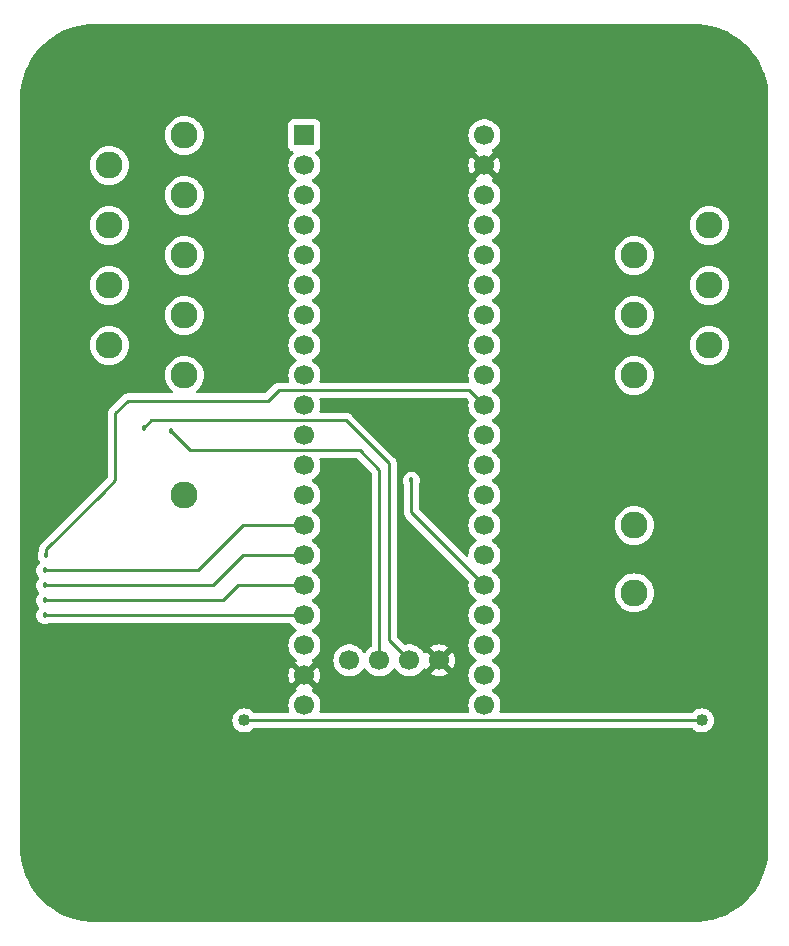
<source format=gbr>
%TF.GenerationSoftware,KiCad,Pcbnew,7.0.8*%
%TF.CreationDate,2024-08-14T14:07:48-06:00*%
%TF.ProjectId,blackpill_carrier,626c6163-6b70-4696-9c6c-5f6361727269,1.0*%
%TF.SameCoordinates,Original*%
%TF.FileFunction,Copper,L2,Bot*%
%TF.FilePolarity,Positive*%
%FSLAX46Y46*%
G04 Gerber Fmt 4.6, Leading zero omitted, Abs format (unit mm)*
G04 Created by KiCad (PCBNEW 7.0.8) date 2024-08-14 14:07:48*
%MOMM*%
%LPD*%
G01*
G04 APERTURE LIST*
%TA.AperFunction,ComponentPad*%
%ADD10C,2.286000*%
%TD*%
%TA.AperFunction,ComponentPad*%
%ADD11R,1.700000X1.700000*%
%TD*%
%TA.AperFunction,ComponentPad*%
%ADD12C,1.700000*%
%TD*%
%TA.AperFunction,ViaPad*%
%ADD13C,1.016000*%
%TD*%
%TA.AperFunction,ViaPad*%
%ADD14C,0.457200*%
%TD*%
%TA.AperFunction,Conductor*%
%ADD15C,0.254000*%
%TD*%
G04 APERTURE END LIST*
D10*
%TO.P,TP12,1,1*%
%TO.N,Net-(U1-PB2)*%
X146431000Y-87884000D03*
%TD*%
%TO.P,TP15,1,1*%
%TO.N,Net-(U1-PB12)*%
X108331000Y-77724000D03*
%TD*%
%TO.P,TP2,1,1*%
%TO.N,Net-(U1-PA1)*%
X146431000Y-110744000D03*
%TD*%
%TO.P,TP3,1,1*%
%TO.N,Net-(U1-PA6)*%
X146431000Y-98044000D03*
%TD*%
%TO.P,TP4,1,1*%
%TO.N,Net-(U1-PA7)*%
X152781000Y-95504000D03*
%TD*%
%TO.P,TP14,1,1*%
%TO.N,Net-(U1-PB10)*%
X152781000Y-85344000D03*
%TD*%
%TO.P,TP17,1,1*%
%TO.N,Net-(U1-PB14)*%
X108331000Y-82804000D03*
%TD*%
%TO.P,TP10,1,1*%
%TO.N,Net-(U1-PB0)*%
X146431000Y-92964000D03*
%TD*%
%TO.P,TP9,1,1*%
%TO.N,Net-(U1-PA12)*%
X108331000Y-98044000D03*
%TD*%
%TO.P,TP16,1,1*%
%TO.N,Net-(U1-PB13)*%
X101981000Y-80264000D03*
%TD*%
%TO.P,TP11,1,1*%
%TO.N,Net-(U1-PB1)*%
X152781000Y-90424000D03*
%TD*%
%TO.P,TP6,1,1*%
%TO.N,Net-(U1-PA9)*%
X101981000Y-90424000D03*
%TD*%
D11*
%TO.P,U1,1,PB12*%
%TO.N,Net-(U1-PB12)*%
X118491000Y-77724000D03*
D12*
%TO.P,U1,2,PB13*%
%TO.N,Net-(U1-PB13)*%
X118491000Y-80264000D03*
%TO.P,U1,3,PB14*%
%TO.N,Net-(U1-PB14)*%
X118491000Y-82804000D03*
%TO.P,U1,4,PB15*%
%TO.N,Net-(U1-PB15)*%
X118491000Y-85344000D03*
%TO.P,U1,5,PA8*%
%TO.N,Net-(U1-PA8)*%
X118491000Y-87884000D03*
%TO.P,U1,6,PA9*%
%TO.N,Net-(U1-PA9)*%
X118491000Y-90424000D03*
%TO.P,U1,7,PA10*%
%TO.N,Net-(U1-PA10)*%
X118491000Y-92964000D03*
%TO.P,U1,8,PA11*%
%TO.N,Net-(U1-PA11)*%
X118491000Y-95504000D03*
%TO.P,U1,9,PA12*%
%TO.N,Net-(U1-PA12)*%
X118491000Y-98044000D03*
%TO.P,U1,10,PA15/JTDI*%
%TO.N,/b_TDI*%
X118491000Y-100584000D03*
%TO.P,U1,11,PB3/JTDO/SWO*%
%TO.N,/b_SWO*%
X118491000Y-103124000D03*
%TO.P,U1,12,PB4/JTRST*%
%TO.N,unconnected-(U1-PB4{slash}JTRST-Pad12)*%
X118491000Y-105664000D03*
%TO.P,U1,13,PB5*%
%TO.N,Net-(U1-PB5)*%
X118491000Y-108204000D03*
%TO.P,U1,14,PB6*%
%TO.N,/t_NC{slash}TDI*%
X118491000Y-110744000D03*
%TO.P,U1,15,PB7*%
%TO.N,/t_SWO{slash}TDO*%
X118491000Y-113284000D03*
%TO.P,U1,16,PB8*%
%TO.N,/t_SWDCLK{slash}TCK*%
X118491000Y-115824000D03*
%TO.P,U1,17,PB9*%
%TO.N,/t_SWDIO{slash}TMS*%
X118491000Y-118364000D03*
%TO.P,U1,18,5V*%
%TO.N,unconnected-(U1-5V-Pad18)*%
X118491000Y-120904000D03*
%TO.P,U1,19,GND*%
%TO.N,GND*%
X118491000Y-123444000D03*
%TO.P,U1,20,3V3*%
%TO.N,+3V3*%
X118491000Y-125984000D03*
%TO.P,U1,21,VBAT*%
%TO.N,unconnected-(U1-VBAT-Pad21)*%
X133731000Y-125984000D03*
%TO.P,U1,22,PC13*%
%TO.N,/LED_IDLE_RUN*%
X133731000Y-123444000D03*
%TO.P,U1,23,PC14*%
%TO.N,/LED_ERROR*%
X133731000Y-120904000D03*
%TO.P,U1,24,PC15*%
%TO.N,/LED_BOOTLOADER*%
X133731000Y-118364000D03*
%TO.P,U1,25,~{RESET}*%
%TO.N,/~{RESET}*%
X133731000Y-115824000D03*
%TO.P,U1,26,PA0*%
%TO.N,Net-(U1-PA0)*%
X133731000Y-113284000D03*
%TO.P,U1,27,PA1*%
%TO.N,Net-(U1-PA1)*%
X133731000Y-110744000D03*
%TO.P,U1,28,PA2*%
%TO.N,/TXD*%
X133731000Y-108204000D03*
%TO.P,U1,29,PA3*%
%TO.N,/RXD*%
X133731000Y-105664000D03*
%TO.P,U1,30,PA4*%
%TO.N,/LED_UART*%
X133731000Y-103124000D03*
%TO.P,U1,31,PA5*%
%TO.N,/~{nRST}*%
X133731000Y-100584000D03*
%TO.P,U1,32,PA6*%
%TO.N,Net-(U1-PA6)*%
X133731000Y-98044000D03*
%TO.P,U1,33,PA7*%
%TO.N,Net-(U1-PA7)*%
X133731000Y-95504000D03*
%TO.P,U1,34,PB0*%
%TO.N,Net-(U1-PB0)*%
X133731000Y-92964000D03*
%TO.P,U1,35,PB1*%
%TO.N,Net-(U1-PB1)*%
X133731000Y-90424000D03*
%TO.P,U1,36,PB2*%
%TO.N,Net-(U1-PB2)*%
X133731000Y-87884000D03*
%TO.P,U1,37,PB10*%
%TO.N,Net-(U1-PB10)*%
X133731000Y-85344000D03*
%TO.P,U1,38,3V3*%
%TO.N,+3V3*%
X133731000Y-82804000D03*
%TO.P,U1,39,GND*%
%TO.N,GND*%
X133731000Y-80264000D03*
%TO.P,U1,40,5V*%
%TO.N,unconnected-(U1-5V-Pad40)*%
X133731000Y-77724000D03*
%TO.P,U1,41,3V3*%
%TO.N,+3V3*%
X122301000Y-122174000D03*
%TO.P,U1,42,PA13/JTMS/SWDIO*%
%TO.N,/b_SWDIO*%
X124841000Y-122174000D03*
%TO.P,U1,43,PA14/JTCL/SWCLK*%
%TO.N,/b_SWDCLK*%
X127381000Y-122174000D03*
%TO.P,U1,44,GND*%
%TO.N,GND*%
X129921000Y-122174000D03*
%TD*%
D10*
%TO.P,TP7,1,1*%
%TO.N,Net-(U1-PA10)*%
X108331000Y-92964000D03*
%TD*%
%TO.P,TP8,1,1*%
%TO.N,Net-(U1-PA11)*%
X101981000Y-95504000D03*
%TD*%
%TO.P,TP1,1,1*%
%TO.N,Net-(U1-PA0)*%
X146431000Y-116459000D03*
%TD*%
%TO.P,TP13,1,1*%
%TO.N,Net-(U1-PB5)*%
X108331000Y-108204000D03*
%TD*%
%TO.P,TP5,1,1*%
%TO.N,Net-(U1-PA8)*%
X108331000Y-87884000D03*
%TD*%
%TO.P,TP18,1,1*%
%TO.N,Net-(U1-PB15)*%
X101981000Y-85344000D03*
%TD*%
D13*
%TO.N,GND*%
X122301000Y-114554000D03*
X112776000Y-120269000D03*
X131064000Y-88773000D03*
X122555000Y-88011000D03*
X122555000Y-85344000D03*
X128016000Y-125984000D03*
X122301000Y-109474000D03*
X129286000Y-125984000D03*
X126746000Y-125984000D03*
X125476000Y-100584000D03*
X122555000Y-93091000D03*
X131064000Y-93853000D03*
X125476000Y-103124000D03*
X130048000Y-82677000D03*
X106426000Y-120269000D03*
X122555000Y-95631000D03*
X131191000Y-103759000D03*
X122301000Y-117094000D03*
X125476000Y-101854000D03*
X130048000Y-77597000D03*
X122301000Y-112014000D03*
X130048000Y-80137000D03*
X131191000Y-102489000D03*
X131064000Y-96393000D03*
X131064000Y-91313000D03*
X110236000Y-120269000D03*
X122555000Y-77724000D03*
X107696000Y-120269000D03*
X124206000Y-125984000D03*
X108966000Y-120269000D03*
X122555000Y-80264000D03*
X111506000Y-120269000D03*
X125476000Y-125984000D03*
X122555000Y-82804000D03*
X122555000Y-90551000D03*
X131191000Y-101219000D03*
%TO.N,/TPWR*%
X152146000Y-127254000D03*
X113411000Y-127254000D03*
D14*
%TO.N,/t_SWDIO{slash}TMS*%
X96520000Y-118364000D03*
%TO.N,/t_SWDCLK{slash}TCK*%
X96520000Y-117094000D03*
%TO.N,/t_SWO{slash}TDO*%
X96520000Y-115824000D03*
%TO.N,/t_NC{slash}TDI*%
X96520000Y-114554000D03*
%TO.N,/~{nRST}*%
X96647000Y-113284000D03*
%TO.N,/b_SWDIO*%
X107188000Y-102790600D03*
%TO.N,/b_SWDCLK*%
X104902000Y-102489000D03*
%TO.N,/~{RESET}*%
X127555600Y-106933998D03*
%TD*%
D15*
%TO.N,/TPWR*%
X113411000Y-127254000D02*
X152146000Y-127254000D01*
%TO.N,/t_SWDIO{slash}TMS*%
X96520000Y-118364000D02*
X118491000Y-118364000D01*
%TO.N,/t_SWDCLK{slash}TCK*%
X112903000Y-115824000D02*
X118491000Y-115824000D01*
X96520000Y-117094000D02*
X111633000Y-117094000D01*
X111633000Y-117094000D02*
X112903000Y-115824000D01*
%TO.N,/t_SWO{slash}TDO*%
X96520000Y-115824000D02*
X110744000Y-115824000D01*
X110744000Y-115824000D02*
X113284000Y-113284000D01*
X113284000Y-113284000D02*
X118491000Y-113284000D01*
%TO.N,/t_NC{slash}TDI*%
X96520000Y-114554000D02*
X109474000Y-114554000D01*
X109474000Y-114554000D02*
X113284000Y-110744000D01*
X113284000Y-110744000D02*
X118491000Y-110744000D01*
%TO.N,/~{nRST}*%
X115443000Y-100203000D02*
X116332000Y-99314000D01*
X132461000Y-99314000D02*
X133731000Y-100584000D01*
X116332000Y-99314000D02*
X132461000Y-99314000D01*
X96647000Y-112776000D02*
X101422200Y-108000800D01*
X103555800Y-100203000D02*
X115443000Y-100203000D01*
X102489000Y-101269800D02*
X103555800Y-100203000D01*
X102489000Y-106934000D02*
X102489000Y-101269800D01*
X96647000Y-113284000D02*
X96647000Y-112776000D01*
X101422200Y-108000800D02*
X102489000Y-106934000D01*
%TO.N,/b_SWDIO*%
X108791400Y-104394000D02*
X107188000Y-102790600D01*
X124841000Y-122174000D02*
X124841000Y-106045000D01*
X123190000Y-104394000D02*
X108791400Y-104394000D01*
X124841000Y-106045000D02*
X123190000Y-104394000D01*
%TO.N,/b_SWDCLK*%
X125666500Y-120459500D02*
X127381000Y-122174000D01*
X122047000Y-101854000D02*
X105537000Y-101854000D01*
X105537000Y-101854000D02*
X104902000Y-102489000D01*
X125666500Y-120459500D02*
X125666500Y-105473500D01*
X125666500Y-105473500D02*
X122047000Y-101854000D01*
%TO.N,/~{RESET}*%
X127555600Y-109648600D02*
X127555600Y-106933998D01*
X133731000Y-115824000D02*
X127555600Y-109648600D01*
%TD*%
%TA.AperFunction,Conductor*%
%TO.N,GND*%
G36*
X132213445Y-99969185D02*
G01*
X132234087Y-99985819D01*
X132381365Y-100133097D01*
X132414850Y-100194420D01*
X132413890Y-100251218D01*
X132386435Y-100359635D01*
X132367844Y-100583994D01*
X132367844Y-100584005D01*
X132386434Y-100808359D01*
X132386436Y-100808371D01*
X132441703Y-101026614D01*
X132532140Y-101232792D01*
X132655276Y-101421265D01*
X132655284Y-101421276D01*
X132807756Y-101586902D01*
X132807760Y-101586906D01*
X132985424Y-101725189D01*
X132985429Y-101725191D01*
X132985431Y-101725193D01*
X133021930Y-101744946D01*
X133071520Y-101794165D01*
X133086628Y-101862382D01*
X133062457Y-101927937D01*
X133021930Y-101963054D01*
X132985431Y-101982806D01*
X132985422Y-101982812D01*
X132807761Y-102121092D01*
X132807756Y-102121097D01*
X132655284Y-102286723D01*
X132655276Y-102286734D01*
X132532140Y-102475207D01*
X132441703Y-102681385D01*
X132386436Y-102899628D01*
X132386434Y-102899640D01*
X132367844Y-103123994D01*
X132367844Y-103124005D01*
X132386434Y-103348359D01*
X132386436Y-103348371D01*
X132441703Y-103566614D01*
X132532140Y-103772792D01*
X132655276Y-103961265D01*
X132655284Y-103961276D01*
X132807756Y-104126902D01*
X132807760Y-104126906D01*
X132985424Y-104265189D01*
X132985429Y-104265191D01*
X132985431Y-104265193D01*
X133021930Y-104284946D01*
X133071520Y-104334165D01*
X133086628Y-104402382D01*
X133062457Y-104467937D01*
X133021930Y-104503054D01*
X132985431Y-104522806D01*
X132985422Y-104522812D01*
X132807761Y-104661092D01*
X132807756Y-104661097D01*
X132655284Y-104826723D01*
X132655276Y-104826734D01*
X132532140Y-105015207D01*
X132441703Y-105221385D01*
X132386436Y-105439628D01*
X132386434Y-105439640D01*
X132367844Y-105663994D01*
X132367844Y-105664005D01*
X132386434Y-105888359D01*
X132386436Y-105888371D01*
X132441703Y-106106614D01*
X132532140Y-106312792D01*
X132655276Y-106501265D01*
X132655284Y-106501276D01*
X132807756Y-106666902D01*
X132807761Y-106666907D01*
X132832861Y-106686443D01*
X132985424Y-106805189D01*
X132985429Y-106805191D01*
X132985431Y-106805193D01*
X133021930Y-106824946D01*
X133071520Y-106874165D01*
X133086628Y-106942382D01*
X133062457Y-107007937D01*
X133021930Y-107043054D01*
X132985431Y-107062806D01*
X132985422Y-107062812D01*
X132807761Y-107201092D01*
X132807756Y-107201097D01*
X132655284Y-107366723D01*
X132655276Y-107366734D01*
X132532140Y-107555207D01*
X132441703Y-107761385D01*
X132386436Y-107979628D01*
X132386434Y-107979640D01*
X132367844Y-108203994D01*
X132367844Y-108204005D01*
X132386434Y-108428359D01*
X132386436Y-108428371D01*
X132441703Y-108646614D01*
X132532140Y-108852792D01*
X132655276Y-109041265D01*
X132655284Y-109041276D01*
X132780900Y-109177729D01*
X132807760Y-109206906D01*
X132985424Y-109345189D01*
X132985429Y-109345191D01*
X132985431Y-109345193D01*
X133021930Y-109364946D01*
X133071520Y-109414165D01*
X133086628Y-109482382D01*
X133062457Y-109547937D01*
X133021930Y-109583054D01*
X132985431Y-109602806D01*
X132985422Y-109602812D01*
X132807761Y-109741092D01*
X132807756Y-109741097D01*
X132655284Y-109906723D01*
X132655276Y-109906734D01*
X132532140Y-110095207D01*
X132441703Y-110301385D01*
X132386436Y-110519628D01*
X132386434Y-110519640D01*
X132367844Y-110743994D01*
X132367844Y-110744005D01*
X132386434Y-110968359D01*
X132386436Y-110968371D01*
X132441703Y-111186614D01*
X132532140Y-111392792D01*
X132655276Y-111581265D01*
X132655284Y-111581276D01*
X132780900Y-111717729D01*
X132807760Y-111746906D01*
X132985424Y-111885189D01*
X132985429Y-111885191D01*
X132985431Y-111885193D01*
X133021930Y-111904946D01*
X133071520Y-111954165D01*
X133086628Y-112022382D01*
X133062457Y-112087937D01*
X133021930Y-112123054D01*
X132985431Y-112142806D01*
X132985422Y-112142812D01*
X132807761Y-112281092D01*
X132807756Y-112281097D01*
X132655284Y-112446723D01*
X132655276Y-112446734D01*
X132532140Y-112635207D01*
X132441703Y-112841385D01*
X132386436Y-113059628D01*
X132386434Y-113059640D01*
X132368653Y-113274222D01*
X132343500Y-113339407D01*
X132287097Y-113380645D01*
X132217354Y-113384843D01*
X132157396Y-113351663D01*
X128227419Y-109421686D01*
X128193934Y-109360363D01*
X128191100Y-109334005D01*
X128191100Y-107343771D01*
X128210107Y-107277797D01*
X128223906Y-107255837D01*
X128278766Y-107099056D01*
X128282851Y-107062806D01*
X128297364Y-106934000D01*
X128297364Y-106933995D01*
X128278767Y-106768945D01*
X128278766Y-106768943D01*
X128278766Y-106768940D01*
X128223906Y-106612159D01*
X128135534Y-106471516D01*
X128018082Y-106354064D01*
X127877438Y-106265691D01*
X127720652Y-106210830D01*
X127555603Y-106192234D01*
X127555597Y-106192234D01*
X127390547Y-106210830D01*
X127233761Y-106265691D01*
X127093117Y-106354064D01*
X126975666Y-106471515D01*
X126887293Y-106612159D01*
X126832432Y-106768945D01*
X126813836Y-106933995D01*
X126813836Y-106934000D01*
X126832432Y-107099050D01*
X126868138Y-107201094D01*
X126887294Y-107255837D01*
X126900134Y-107276272D01*
X126901093Y-107277797D01*
X126920100Y-107343771D01*
X126920100Y-109564751D01*
X126918358Y-109580527D01*
X126918626Y-109580553D01*
X126917892Y-109588318D01*
X126920100Y-109658585D01*
X126920100Y-109688583D01*
X126920987Y-109695613D01*
X126921445Y-109701432D01*
X126922934Y-109748803D01*
X126922935Y-109748807D01*
X126928657Y-109768505D01*
X126932600Y-109787546D01*
X126935171Y-109807888D01*
X126935174Y-109807903D01*
X126952616Y-109851959D01*
X126954507Y-109857483D01*
X126967730Y-109902991D01*
X126967731Y-109902993D01*
X126969943Y-109906734D01*
X126978170Y-109920644D01*
X126986728Y-109938114D01*
X126994279Y-109957185D01*
X126994282Y-109957191D01*
X127022142Y-109995536D01*
X127025349Y-110000419D01*
X127049466Y-110041198D01*
X127049470Y-110041202D01*
X127063963Y-110055695D01*
X127076601Y-110070492D01*
X127088657Y-110087087D01*
X127125176Y-110117297D01*
X127129488Y-110121220D01*
X129758807Y-112750539D01*
X132381365Y-115373097D01*
X132414850Y-115434420D01*
X132413890Y-115491218D01*
X132386435Y-115599635D01*
X132367844Y-115823994D01*
X132367844Y-115824005D01*
X132386434Y-116048359D01*
X132386436Y-116048371D01*
X132441703Y-116266614D01*
X132532140Y-116472792D01*
X132655276Y-116661265D01*
X132655284Y-116661276D01*
X132757363Y-116772161D01*
X132807760Y-116826906D01*
X132985424Y-116965189D01*
X132985429Y-116965191D01*
X132985431Y-116965193D01*
X133021930Y-116984946D01*
X133071520Y-117034165D01*
X133086628Y-117102382D01*
X133062457Y-117167937D01*
X133021930Y-117203054D01*
X132985431Y-117222806D01*
X132985422Y-117222812D01*
X132807761Y-117361092D01*
X132807756Y-117361097D01*
X132655284Y-117526723D01*
X132655276Y-117526734D01*
X132532140Y-117715207D01*
X132441703Y-117921385D01*
X132386436Y-118139628D01*
X132386434Y-118139640D01*
X132367844Y-118363994D01*
X132367844Y-118364005D01*
X132386434Y-118588359D01*
X132386436Y-118588371D01*
X132441703Y-118806614D01*
X132532140Y-119012792D01*
X132655276Y-119201265D01*
X132655284Y-119201276D01*
X132807756Y-119366902D01*
X132807760Y-119366906D01*
X132985424Y-119505189D01*
X132985429Y-119505191D01*
X132985431Y-119505193D01*
X133021930Y-119524946D01*
X133071520Y-119574165D01*
X133086628Y-119642382D01*
X133062457Y-119707937D01*
X133021930Y-119743054D01*
X132985431Y-119762806D01*
X132985422Y-119762812D01*
X132807761Y-119901092D01*
X132807756Y-119901097D01*
X132655284Y-120066723D01*
X132655276Y-120066734D01*
X132532140Y-120255207D01*
X132441703Y-120461385D01*
X132386436Y-120679628D01*
X132386434Y-120679640D01*
X132367844Y-120903994D01*
X132367844Y-120904005D01*
X132386434Y-121128359D01*
X132386436Y-121128371D01*
X132441703Y-121346614D01*
X132532140Y-121552792D01*
X132655276Y-121741265D01*
X132655284Y-121741276D01*
X132807756Y-121906902D01*
X132807760Y-121906906D01*
X132985424Y-122045189D01*
X132985429Y-122045191D01*
X132985431Y-122045193D01*
X133021930Y-122064946D01*
X133071520Y-122114165D01*
X133086628Y-122182382D01*
X133062457Y-122247937D01*
X133021930Y-122283054D01*
X132985431Y-122302806D01*
X132985422Y-122302812D01*
X132807761Y-122441092D01*
X132807756Y-122441097D01*
X132655284Y-122606723D01*
X132655276Y-122606734D01*
X132532140Y-122795207D01*
X132441703Y-123001385D01*
X132386436Y-123219628D01*
X132386434Y-123219640D01*
X132367844Y-123443994D01*
X132367844Y-123444005D01*
X132386434Y-123668359D01*
X132386436Y-123668371D01*
X132441703Y-123886614D01*
X132532140Y-124092792D01*
X132655276Y-124281265D01*
X132655284Y-124281276D01*
X132807756Y-124446902D01*
X132807760Y-124446906D01*
X132985424Y-124585189D01*
X132985429Y-124585191D01*
X132985431Y-124585193D01*
X133021930Y-124604946D01*
X133071520Y-124654165D01*
X133086628Y-124722382D01*
X133062457Y-124787937D01*
X133021930Y-124823054D01*
X132985431Y-124842806D01*
X132985422Y-124842812D01*
X132807761Y-124981092D01*
X132807756Y-124981097D01*
X132655284Y-125146723D01*
X132655276Y-125146734D01*
X132532140Y-125335207D01*
X132441703Y-125541385D01*
X132386436Y-125759628D01*
X132386434Y-125759640D01*
X132367844Y-125983994D01*
X132367844Y-125984005D01*
X132386434Y-126208359D01*
X132386436Y-126208371D01*
X132441703Y-126426614D01*
X132441705Y-126426618D01*
X132449632Y-126444691D01*
X132458535Y-126513991D01*
X132428557Y-126577103D01*
X132369217Y-126613989D01*
X132336076Y-126618500D01*
X119885924Y-126618500D01*
X119818885Y-126598815D01*
X119773130Y-126546011D01*
X119763186Y-126476853D01*
X119772368Y-126444691D01*
X119774143Y-126440643D01*
X119780296Y-126426616D01*
X119835564Y-126208368D01*
X119854156Y-125984000D01*
X119835564Y-125759632D01*
X119780296Y-125541384D01*
X119689860Y-125335209D01*
X119566722Y-125146732D01*
X119566719Y-125146729D01*
X119566715Y-125146723D01*
X119414243Y-124981097D01*
X119414238Y-124981092D01*
X119236577Y-124842812D01*
X119236577Y-124842811D01*
X119193303Y-124819393D01*
X119143713Y-124770173D01*
X119128605Y-124701957D01*
X119152775Y-124636401D01*
X119181198Y-124608763D01*
X119252373Y-124558925D01*
X118623533Y-123930086D01*
X118633315Y-123928680D01*
X118764100Y-123868952D01*
X118872761Y-123774798D01*
X118950493Y-123653844D01*
X118974076Y-123573524D01*
X119605925Y-124205373D01*
X119605926Y-124205373D01*
X119664598Y-124121582D01*
X119664600Y-124121578D01*
X119764429Y-123907492D01*
X119764433Y-123907483D01*
X119825567Y-123679326D01*
X119825569Y-123679315D01*
X119846157Y-123444001D01*
X119846157Y-123443998D01*
X119825569Y-123208684D01*
X119825567Y-123208673D01*
X119764433Y-122980516D01*
X119764429Y-122980507D01*
X119664600Y-122766423D01*
X119664599Y-122766421D01*
X119605925Y-122682626D01*
X119605925Y-122682625D01*
X118974076Y-123314475D01*
X118950493Y-123234156D01*
X118872761Y-123113202D01*
X118764100Y-123019048D01*
X118633315Y-122959320D01*
X118623533Y-122957913D01*
X119252373Y-122329073D01*
X119252373Y-122329072D01*
X119181199Y-122279236D01*
X119137574Y-122224659D01*
X119130380Y-122155161D01*
X119161903Y-122092806D01*
X119193305Y-122068606D01*
X119200070Y-122064945D01*
X119236576Y-122045189D01*
X119414240Y-121906906D01*
X119566722Y-121741268D01*
X119689860Y-121552791D01*
X119780296Y-121346616D01*
X119835564Y-121128368D01*
X119843482Y-121032812D01*
X119854156Y-120904005D01*
X119854156Y-120903994D01*
X119835565Y-120679640D01*
X119835563Y-120679628D01*
X119780296Y-120461385D01*
X119689859Y-120255207D01*
X119566723Y-120066734D01*
X119566715Y-120066723D01*
X119414243Y-119901097D01*
X119414238Y-119901092D01*
X119236577Y-119762812D01*
X119236578Y-119762812D01*
X119236576Y-119762811D01*
X119200070Y-119743055D01*
X119150479Y-119693836D01*
X119135371Y-119625619D01*
X119159541Y-119560064D01*
X119200070Y-119524945D01*
X119200084Y-119524936D01*
X119236576Y-119505189D01*
X119414240Y-119366906D01*
X119566722Y-119201268D01*
X119689860Y-119012791D01*
X119780296Y-118806616D01*
X119835564Y-118588368D01*
X119854156Y-118364000D01*
X119835564Y-118139632D01*
X119780296Y-117921384D01*
X119689860Y-117715209D01*
X119658011Y-117666461D01*
X119606001Y-117586853D01*
X119566722Y-117526732D01*
X119566719Y-117526729D01*
X119566715Y-117526723D01*
X119414243Y-117361097D01*
X119414238Y-117361092D01*
X119236577Y-117222812D01*
X119236578Y-117222812D01*
X119236576Y-117222811D01*
X119200070Y-117203055D01*
X119150479Y-117153836D01*
X119135371Y-117085619D01*
X119159541Y-117020064D01*
X119200070Y-116984945D01*
X119200084Y-116984936D01*
X119236576Y-116965189D01*
X119414240Y-116826906D01*
X119566722Y-116661268D01*
X119689860Y-116472791D01*
X119780296Y-116266616D01*
X119835564Y-116048368D01*
X119854156Y-115824000D01*
X119835564Y-115599632D01*
X119780296Y-115381384D01*
X119689860Y-115175209D01*
X119658011Y-115126461D01*
X119606001Y-115046853D01*
X119566722Y-114986732D01*
X119566719Y-114986729D01*
X119566715Y-114986723D01*
X119414243Y-114821097D01*
X119414238Y-114821092D01*
X119236577Y-114682812D01*
X119236578Y-114682812D01*
X119236576Y-114682811D01*
X119200070Y-114663055D01*
X119150479Y-114613836D01*
X119135371Y-114545619D01*
X119159541Y-114480064D01*
X119200070Y-114444945D01*
X119200084Y-114444936D01*
X119236576Y-114425189D01*
X119414240Y-114286906D01*
X119566722Y-114121268D01*
X119689860Y-113932791D01*
X119780296Y-113726616D01*
X119835564Y-113508368D01*
X119846148Y-113380645D01*
X119854156Y-113284005D01*
X119854156Y-113283994D01*
X119835565Y-113059640D01*
X119835563Y-113059628D01*
X119788613Y-112874226D01*
X119780296Y-112841384D01*
X119689860Y-112635209D01*
X119665084Y-112597287D01*
X119600657Y-112498674D01*
X119566722Y-112446732D01*
X119566719Y-112446729D01*
X119566715Y-112446723D01*
X119414243Y-112281097D01*
X119414238Y-112281092D01*
X119236577Y-112142812D01*
X119236578Y-112142812D01*
X119236576Y-112142811D01*
X119200070Y-112123055D01*
X119150479Y-112073836D01*
X119135371Y-112005619D01*
X119159541Y-111940064D01*
X119200070Y-111904945D01*
X119200084Y-111904936D01*
X119236576Y-111885189D01*
X119414240Y-111746906D01*
X119566722Y-111581268D01*
X119689860Y-111392791D01*
X119780296Y-111186616D01*
X119835564Y-110968368D01*
X119854156Y-110744000D01*
X119835564Y-110519632D01*
X119780296Y-110301384D01*
X119689860Y-110095209D01*
X119566722Y-109906732D01*
X119566719Y-109906729D01*
X119566715Y-109906723D01*
X119414243Y-109741097D01*
X119414238Y-109741092D01*
X119236577Y-109602812D01*
X119236578Y-109602812D01*
X119236576Y-109602811D01*
X119200070Y-109583055D01*
X119150479Y-109533836D01*
X119135371Y-109465619D01*
X119159541Y-109400064D01*
X119200070Y-109364945D01*
X119200084Y-109364936D01*
X119236576Y-109345189D01*
X119414240Y-109206906D01*
X119566722Y-109041268D01*
X119689860Y-108852791D01*
X119780296Y-108646616D01*
X119835564Y-108428368D01*
X119835565Y-108428359D01*
X119854156Y-108204005D01*
X119854156Y-108203994D01*
X119835565Y-107979640D01*
X119835563Y-107979628D01*
X119780296Y-107761385D01*
X119749896Y-107692080D01*
X119689860Y-107555209D01*
X119661699Y-107512106D01*
X119566723Y-107366734D01*
X119566715Y-107366723D01*
X119414243Y-107201097D01*
X119414238Y-107201092D01*
X119240547Y-107065902D01*
X119236576Y-107062811D01*
X119200070Y-107043055D01*
X119150479Y-106993836D01*
X119135371Y-106925619D01*
X119159541Y-106860064D01*
X119200070Y-106824945D01*
X119200084Y-106824936D01*
X119236576Y-106805189D01*
X119414240Y-106666906D01*
X119566722Y-106501268D01*
X119689860Y-106312791D01*
X119780296Y-106106616D01*
X119835564Y-105888368D01*
X119854156Y-105664000D01*
X119844184Y-105543663D01*
X119835565Y-105439640D01*
X119835563Y-105439628D01*
X119811404Y-105344228D01*
X119780296Y-105221384D01*
X119772368Y-105203309D01*
X119763465Y-105134009D01*
X119793443Y-105070897D01*
X119852783Y-105034011D01*
X119885924Y-105029500D01*
X122875406Y-105029500D01*
X122942445Y-105049185D01*
X122963087Y-105065819D01*
X124169181Y-106271913D01*
X124202666Y-106333236D01*
X124205500Y-106359594D01*
X124205500Y-120899352D01*
X124185815Y-120966391D01*
X124140519Y-121008406D01*
X124095427Y-121032809D01*
X124095422Y-121032812D01*
X123917761Y-121171092D01*
X123917756Y-121171097D01*
X123765284Y-121336723D01*
X123765276Y-121336734D01*
X123674808Y-121475206D01*
X123621662Y-121520562D01*
X123552431Y-121529986D01*
X123489095Y-121500484D01*
X123467192Y-121475206D01*
X123409286Y-121386576D01*
X123376722Y-121336732D01*
X123376719Y-121336729D01*
X123376715Y-121336723D01*
X123224243Y-121171097D01*
X123224238Y-121171092D01*
X123046577Y-121032812D01*
X123046572Y-121032808D01*
X122848580Y-120925661D01*
X122848577Y-120925659D01*
X122848574Y-120925658D01*
X122848571Y-120925657D01*
X122848569Y-120925656D01*
X122635637Y-120852556D01*
X122413569Y-120815500D01*
X122188431Y-120815500D01*
X121966362Y-120852556D01*
X121753430Y-120925656D01*
X121753419Y-120925661D01*
X121555427Y-121032808D01*
X121555422Y-121032812D01*
X121377761Y-121171092D01*
X121377756Y-121171097D01*
X121225284Y-121336723D01*
X121225276Y-121336734D01*
X121102140Y-121525207D01*
X121011703Y-121731385D01*
X120956436Y-121949628D01*
X120956434Y-121949640D01*
X120937844Y-122173994D01*
X120937844Y-122174005D01*
X120956434Y-122398359D01*
X120956436Y-122398371D01*
X121011703Y-122616614D01*
X121102140Y-122822792D01*
X121225276Y-123011265D01*
X121225284Y-123011276D01*
X121377756Y-123176902D01*
X121377760Y-123176906D01*
X121555424Y-123315189D01*
X121555425Y-123315189D01*
X121555427Y-123315191D01*
X121615314Y-123347600D01*
X121753426Y-123422342D01*
X121966365Y-123495444D01*
X122188431Y-123532500D01*
X122413569Y-123532500D01*
X122635635Y-123495444D01*
X122848574Y-123422342D01*
X123046576Y-123315189D01*
X123224240Y-123176906D01*
X123376722Y-123011268D01*
X123467193Y-122872790D01*
X123520338Y-122827437D01*
X123589569Y-122818013D01*
X123652905Y-122847515D01*
X123674804Y-122872787D01*
X123765278Y-123011268D01*
X123765283Y-123011273D01*
X123765284Y-123011276D01*
X123917756Y-123176902D01*
X123917760Y-123176906D01*
X124095424Y-123315189D01*
X124095425Y-123315189D01*
X124095427Y-123315191D01*
X124155314Y-123347600D01*
X124293426Y-123422342D01*
X124506365Y-123495444D01*
X124728431Y-123532500D01*
X124953569Y-123532500D01*
X125175635Y-123495444D01*
X125388574Y-123422342D01*
X125586576Y-123315189D01*
X125764240Y-123176906D01*
X125916722Y-123011268D01*
X126007193Y-122872790D01*
X126060338Y-122827437D01*
X126129569Y-122818013D01*
X126192905Y-122847515D01*
X126214804Y-122872787D01*
X126305278Y-123011268D01*
X126305283Y-123011273D01*
X126305284Y-123011276D01*
X126457756Y-123176902D01*
X126457760Y-123176906D01*
X126635424Y-123315189D01*
X126635425Y-123315189D01*
X126635427Y-123315191D01*
X126695314Y-123347600D01*
X126833426Y-123422342D01*
X127046365Y-123495444D01*
X127268431Y-123532500D01*
X127493569Y-123532500D01*
X127715635Y-123495444D01*
X127928574Y-123422342D01*
X128126576Y-123315189D01*
X128304240Y-123176906D01*
X128456722Y-123011268D01*
X128550749Y-122867347D01*
X128603894Y-122821994D01*
X128673125Y-122812570D01*
X128736461Y-122842072D01*
X128756131Y-122864049D01*
X128806072Y-122935373D01*
X128806073Y-122935373D01*
X129437923Y-122303523D01*
X129461507Y-122383844D01*
X129539239Y-122504798D01*
X129647900Y-122598952D01*
X129778685Y-122658680D01*
X129788466Y-122660086D01*
X129159625Y-123288925D01*
X129243421Y-123347599D01*
X129457507Y-123447429D01*
X129457516Y-123447433D01*
X129685673Y-123508567D01*
X129685684Y-123508569D01*
X129920998Y-123529157D01*
X129921002Y-123529157D01*
X130156315Y-123508569D01*
X130156326Y-123508567D01*
X130384483Y-123447433D01*
X130384492Y-123447429D01*
X130598578Y-123347600D01*
X130598582Y-123347598D01*
X130682373Y-123288926D01*
X130682373Y-123288925D01*
X130053533Y-122660086D01*
X130063315Y-122658680D01*
X130194100Y-122598952D01*
X130302761Y-122504798D01*
X130380493Y-122383844D01*
X130404076Y-122303524D01*
X131035925Y-122935373D01*
X131035926Y-122935373D01*
X131094598Y-122851582D01*
X131094600Y-122851578D01*
X131194429Y-122637492D01*
X131194433Y-122637483D01*
X131255567Y-122409326D01*
X131255569Y-122409315D01*
X131276157Y-122174001D01*
X131276157Y-122173998D01*
X131255569Y-121938684D01*
X131255567Y-121938673D01*
X131194433Y-121710516D01*
X131194429Y-121710507D01*
X131094600Y-121496423D01*
X131094599Y-121496421D01*
X131035925Y-121412626D01*
X131035925Y-121412625D01*
X130404076Y-122044475D01*
X130380493Y-121964156D01*
X130302761Y-121843202D01*
X130194100Y-121749048D01*
X130063315Y-121689320D01*
X130053533Y-121687913D01*
X130682373Y-121059073D01*
X130682373Y-121059072D01*
X130598583Y-121000402D01*
X130598579Y-121000400D01*
X130384492Y-120900570D01*
X130384483Y-120900566D01*
X130156326Y-120839432D01*
X130156315Y-120839430D01*
X129921002Y-120818843D01*
X129920998Y-120818843D01*
X129685684Y-120839430D01*
X129685673Y-120839432D01*
X129457516Y-120900566D01*
X129457507Y-120900570D01*
X129243419Y-121000401D01*
X129159625Y-121059072D01*
X129788466Y-121687913D01*
X129778685Y-121689320D01*
X129647900Y-121749048D01*
X129539239Y-121843202D01*
X129461507Y-121964156D01*
X129437923Y-122044476D01*
X128806072Y-121412625D01*
X128806072Y-121412626D01*
X128756131Y-121483950D01*
X128701555Y-121527575D01*
X128632056Y-121534769D01*
X128569701Y-121503246D01*
X128550748Y-121480649D01*
X128494292Y-121394237D01*
X128456722Y-121336732D01*
X128456719Y-121336729D01*
X128456715Y-121336723D01*
X128304243Y-121171097D01*
X128304238Y-121171092D01*
X128126577Y-121032812D01*
X128126572Y-121032808D01*
X127928580Y-120925661D01*
X127928577Y-120925659D01*
X127928574Y-120925658D01*
X127928571Y-120925657D01*
X127928569Y-120925656D01*
X127715637Y-120852556D01*
X127493569Y-120815500D01*
X127268431Y-120815500D01*
X127046366Y-120852555D01*
X127044382Y-120853058D01*
X127043544Y-120853026D01*
X127041306Y-120853400D01*
X127041229Y-120852939D01*
X126974562Y-120850430D01*
X126926265Y-120820532D01*
X126338319Y-120232586D01*
X126304834Y-120171263D01*
X126302000Y-120144905D01*
X126302000Y-105557351D01*
X126303742Y-105541569D01*
X126303475Y-105541544D01*
X126304207Y-105533788D01*
X126304209Y-105533781D01*
X126302000Y-105463496D01*
X126302000Y-105433517D01*
X126301110Y-105426482D01*
X126300653Y-105420664D01*
X126299165Y-105373295D01*
X126293441Y-105353593D01*
X126289497Y-105334549D01*
X126286927Y-105314201D01*
X126269473Y-105270118D01*
X126267598Y-105264642D01*
X126254369Y-105219107D01*
X126243927Y-105201451D01*
X126235369Y-105183982D01*
X126227819Y-105164912D01*
X126199966Y-105126575D01*
X126196757Y-105121690D01*
X126172638Y-105080907D01*
X126172629Y-105080897D01*
X126158139Y-105066407D01*
X126145500Y-105051610D01*
X126143738Y-105049185D01*
X126133442Y-105035013D01*
X126133439Y-105035011D01*
X126133439Y-105035010D01*
X126096916Y-105004796D01*
X126092594Y-105000862D01*
X122555658Y-101463925D01*
X122545732Y-101451535D01*
X122545525Y-101451707D01*
X122540552Y-101445696D01*
X122489306Y-101397573D01*
X122468097Y-101376363D01*
X122462492Y-101372015D01*
X122458046Y-101368218D01*
X122423509Y-101335785D01*
X122423501Y-101335780D01*
X122405540Y-101325906D01*
X122389274Y-101315222D01*
X122373127Y-101302697D01*
X122373067Y-101302650D01*
X122373066Y-101302649D01*
X122373064Y-101302648D01*
X122329571Y-101283827D01*
X122324323Y-101281256D01*
X122282805Y-101258432D01*
X122282804Y-101258431D01*
X122282803Y-101258431D01*
X122262937Y-101253330D01*
X122244538Y-101247030D01*
X122225709Y-101238883D01*
X122225708Y-101238882D01*
X122178902Y-101231469D01*
X122173181Y-101230284D01*
X122127283Y-101218500D01*
X122127282Y-101218500D01*
X122106774Y-101218500D01*
X122087376Y-101216973D01*
X122076769Y-101215293D01*
X122067122Y-101213765D01*
X122067121Y-101213764D01*
X122019939Y-101218225D01*
X122014101Y-101218500D01*
X119885924Y-101218500D01*
X119818885Y-101198815D01*
X119773130Y-101146011D01*
X119763186Y-101076853D01*
X119772368Y-101044691D01*
X119777058Y-101033997D01*
X119780296Y-101026616D01*
X119835564Y-100808368D01*
X119838589Y-100771865D01*
X119854156Y-100584005D01*
X119854156Y-100583994D01*
X119835565Y-100359640D01*
X119835563Y-100359628D01*
X119808110Y-100251218D01*
X119780296Y-100141384D01*
X119772368Y-100123309D01*
X119763465Y-100054009D01*
X119793443Y-99990897D01*
X119852783Y-99954011D01*
X119885924Y-99949500D01*
X132146406Y-99949500D01*
X132213445Y-99969185D01*
G37*
%TD.AperFunction*%
%TA.AperFunction,Conductor*%
G36*
X151977515Y-68293155D02*
G01*
X151982090Y-68293498D01*
X152443707Y-68345511D01*
X152448260Y-68346198D01*
X152904678Y-68432556D01*
X152909167Y-68433581D01*
X153357873Y-68553811D01*
X153362273Y-68555169D01*
X153800721Y-68708589D01*
X153805011Y-68710274D01*
X154230765Y-68896029D01*
X154234938Y-68898038D01*
X154645607Y-69115083D01*
X154649607Y-69117393D01*
X155042911Y-69364522D01*
X155046744Y-69367135D01*
X155420477Y-69642962D01*
X155424092Y-69645846D01*
X155776177Y-69948840D01*
X155779577Y-69951995D01*
X156108004Y-70280422D01*
X156111159Y-70283822D01*
X156414153Y-70635907D01*
X156417045Y-70639533D01*
X156692864Y-71013255D01*
X156695477Y-71017088D01*
X156942606Y-71410392D01*
X156944925Y-71414408D01*
X157161958Y-71825055D01*
X157163970Y-71829234D01*
X157349725Y-72254988D01*
X157351415Y-72259292D01*
X157458089Y-72564149D01*
X157504826Y-72697715D01*
X157506194Y-72702147D01*
X157626415Y-73150821D01*
X157627447Y-73155342D01*
X157713800Y-73611733D01*
X157714492Y-73616319D01*
X157766499Y-74077890D01*
X157766845Y-74082508D01*
X157784300Y-74549000D01*
X157784300Y-138024079D01*
X157784300Y-138049000D01*
X157775303Y-138289470D01*
X157766846Y-138515484D01*
X157766499Y-138520109D01*
X157714492Y-138981680D01*
X157713800Y-138986266D01*
X157627447Y-139442657D01*
X157626415Y-139447178D01*
X157506194Y-139895852D01*
X157504826Y-139900284D01*
X157351420Y-140338694D01*
X157349725Y-140343011D01*
X157163970Y-140768765D01*
X157161958Y-140772944D01*
X156944925Y-141183591D01*
X156942606Y-141187607D01*
X156695477Y-141580911D01*
X156692864Y-141584744D01*
X156417045Y-141958466D01*
X156414153Y-141962092D01*
X156111159Y-142314177D01*
X156108004Y-142317577D01*
X155779577Y-142646004D01*
X155776177Y-142649159D01*
X155424092Y-142952153D01*
X155420466Y-142955045D01*
X155046744Y-143230864D01*
X155042911Y-143233477D01*
X154649607Y-143480606D01*
X154645591Y-143482925D01*
X154234944Y-143699958D01*
X154230765Y-143701970D01*
X153805011Y-143887725D01*
X153800698Y-143889418D01*
X153695516Y-143926223D01*
X153362284Y-144042826D01*
X153357852Y-144044194D01*
X152909178Y-144164415D01*
X152904657Y-144165447D01*
X152448266Y-144251800D01*
X152443681Y-144252491D01*
X152367646Y-144261059D01*
X151982109Y-144304499D01*
X151977489Y-144304845D01*
X151511000Y-144322300D01*
X100711000Y-144322300D01*
X100244508Y-144304845D01*
X100239890Y-144304499D01*
X100009104Y-144278495D01*
X99778314Y-144252491D01*
X99773733Y-144251800D01*
X99317342Y-144165447D01*
X99312821Y-144164415D01*
X98994243Y-144079052D01*
X98864143Y-144044192D01*
X98859715Y-144042826D01*
X98726149Y-143996089D01*
X98421292Y-143889415D01*
X98416988Y-143887725D01*
X97991234Y-143701970D01*
X97987055Y-143699958D01*
X97827292Y-143615521D01*
X97576401Y-143482921D01*
X97572392Y-143480606D01*
X97179088Y-143233477D01*
X97175255Y-143230864D01*
X96948787Y-143063723D01*
X96801526Y-142955039D01*
X96797907Y-142952153D01*
X96445822Y-142649159D01*
X96442422Y-142646004D01*
X96113995Y-142317577D01*
X96110840Y-142314177D01*
X95807846Y-141962092D01*
X95804962Y-141958477D01*
X95529135Y-141584744D01*
X95526522Y-141580911D01*
X95279393Y-141187607D01*
X95277083Y-141183607D01*
X95060038Y-140772938D01*
X95058029Y-140768765D01*
X94872274Y-140343011D01*
X94870589Y-140338721D01*
X94717169Y-139900273D01*
X94715811Y-139895873D01*
X94595581Y-139447167D01*
X94594556Y-139442678D01*
X94508198Y-138986260D01*
X94507511Y-138981707D01*
X94455498Y-138520090D01*
X94455155Y-138515515D01*
X94437700Y-138049000D01*
X94437700Y-138024079D01*
X94437700Y-118364002D01*
X95778236Y-118364002D01*
X95796832Y-118529052D01*
X95851693Y-118685838D01*
X95851694Y-118685839D01*
X95940066Y-118826482D01*
X96057518Y-118943934D01*
X96198161Y-119032306D01*
X96354942Y-119087166D01*
X96354945Y-119087166D01*
X96354947Y-119087167D01*
X96519997Y-119105764D01*
X96520000Y-119105764D01*
X96520003Y-119105764D01*
X96685052Y-119087167D01*
X96685053Y-119087166D01*
X96685058Y-119087166D01*
X96841839Y-119032306D01*
X96862721Y-119019185D01*
X96863802Y-119018506D01*
X96929774Y-118999500D01*
X117216351Y-118999500D01*
X117283390Y-119019185D01*
X117320159Y-119055678D01*
X117415276Y-119201265D01*
X117415284Y-119201276D01*
X117567756Y-119366902D01*
X117567760Y-119366906D01*
X117745424Y-119505189D01*
X117745429Y-119505191D01*
X117745431Y-119505193D01*
X117781930Y-119524946D01*
X117831520Y-119574165D01*
X117846628Y-119642382D01*
X117822457Y-119707937D01*
X117781930Y-119743054D01*
X117745431Y-119762806D01*
X117745422Y-119762812D01*
X117567761Y-119901092D01*
X117567756Y-119901097D01*
X117415284Y-120066723D01*
X117415276Y-120066734D01*
X117292140Y-120255207D01*
X117201703Y-120461385D01*
X117146436Y-120679628D01*
X117146434Y-120679640D01*
X117127844Y-120903994D01*
X117127844Y-120904005D01*
X117146434Y-121128359D01*
X117146436Y-121128371D01*
X117201703Y-121346614D01*
X117292140Y-121552792D01*
X117415276Y-121741265D01*
X117415284Y-121741276D01*
X117567756Y-121906902D01*
X117567760Y-121906906D01*
X117745424Y-122045189D01*
X117781930Y-122064945D01*
X117788695Y-122068606D01*
X117838286Y-122117825D01*
X117853394Y-122186042D01*
X117829224Y-122251597D01*
X117800801Y-122279236D01*
X117729626Y-122329072D01*
X117729625Y-122329072D01*
X118358466Y-122957913D01*
X118348685Y-122959320D01*
X118217900Y-123019048D01*
X118109239Y-123113202D01*
X118031507Y-123234156D01*
X118007923Y-123314476D01*
X117376072Y-122682625D01*
X117317401Y-122766419D01*
X117217570Y-122980507D01*
X117217566Y-122980516D01*
X117156432Y-123208673D01*
X117156430Y-123208684D01*
X117135843Y-123443998D01*
X117135843Y-123444001D01*
X117156430Y-123679315D01*
X117156432Y-123679326D01*
X117217566Y-123907483D01*
X117217570Y-123907492D01*
X117317400Y-124121579D01*
X117317402Y-124121583D01*
X117376072Y-124205373D01*
X117376073Y-124205373D01*
X118007923Y-123573523D01*
X118031507Y-123653844D01*
X118109239Y-123774798D01*
X118217900Y-123868952D01*
X118348685Y-123928680D01*
X118358466Y-123930086D01*
X117729625Y-124558925D01*
X117800801Y-124608763D01*
X117844426Y-124663340D01*
X117851620Y-124732838D01*
X117820097Y-124795193D01*
X117788697Y-124819392D01*
X117745427Y-124842809D01*
X117745422Y-124842812D01*
X117567761Y-124981092D01*
X117567756Y-124981097D01*
X117415284Y-125146723D01*
X117415276Y-125146734D01*
X117292140Y-125335207D01*
X117201703Y-125541385D01*
X117146436Y-125759628D01*
X117146434Y-125759640D01*
X117127844Y-125983994D01*
X117127844Y-125984005D01*
X117146434Y-126208359D01*
X117146436Y-126208371D01*
X117201703Y-126426614D01*
X117201705Y-126426618D01*
X117209632Y-126444691D01*
X117218535Y-126513991D01*
X117188557Y-126577103D01*
X117129217Y-126613989D01*
X117096076Y-126618500D01*
X114263095Y-126618500D01*
X114196056Y-126598815D01*
X114167241Y-126573164D01*
X114133252Y-126531747D01*
X114052801Y-126465724D01*
X113978469Y-126404722D01*
X113978465Y-126404720D01*
X113978463Y-126404718D01*
X113801881Y-126310333D01*
X113610271Y-126252208D01*
X113411000Y-126232582D01*
X113211728Y-126252208D01*
X113020118Y-126310333D01*
X112843536Y-126404718D01*
X112688747Y-126531747D01*
X112561718Y-126686536D01*
X112467333Y-126863118D01*
X112409208Y-127054728D01*
X112389582Y-127254000D01*
X112409208Y-127453271D01*
X112467333Y-127644881D01*
X112561718Y-127821463D01*
X112561720Y-127821465D01*
X112561722Y-127821469D01*
X112617553Y-127889500D01*
X112688747Y-127976252D01*
X112754770Y-128030434D01*
X112843531Y-128103278D01*
X112843534Y-128103280D01*
X112843536Y-128103281D01*
X113020118Y-128197666D01*
X113020120Y-128197667D01*
X113211731Y-128255792D01*
X113411000Y-128275418D01*
X113610269Y-128255792D01*
X113801880Y-128197667D01*
X113978469Y-128103278D01*
X114133252Y-127976252D01*
X114167241Y-127934836D01*
X114224986Y-127895501D01*
X114263095Y-127889500D01*
X151293905Y-127889500D01*
X151360944Y-127909185D01*
X151389759Y-127934836D01*
X151423747Y-127976252D01*
X151489770Y-128030434D01*
X151578531Y-128103278D01*
X151578534Y-128103280D01*
X151578536Y-128103281D01*
X151755118Y-128197666D01*
X151755120Y-128197667D01*
X151946731Y-128255792D01*
X152146000Y-128275418D01*
X152345269Y-128255792D01*
X152536880Y-128197667D01*
X152713469Y-128103278D01*
X152868252Y-127976252D01*
X152995278Y-127821469D01*
X153089667Y-127644880D01*
X153147792Y-127453269D01*
X153167418Y-127254000D01*
X153147792Y-127054731D01*
X153089667Y-126863120D01*
X152995278Y-126686531D01*
X152902241Y-126573164D01*
X152868252Y-126531747D01*
X152787801Y-126465724D01*
X152713469Y-126404722D01*
X152713465Y-126404720D01*
X152713463Y-126404718D01*
X152536881Y-126310333D01*
X152345271Y-126252208D01*
X152146000Y-126232582D01*
X151946728Y-126252208D01*
X151755118Y-126310333D01*
X151578536Y-126404718D01*
X151423747Y-126531747D01*
X151389759Y-126573164D01*
X151332014Y-126612499D01*
X151293905Y-126618500D01*
X135125924Y-126618500D01*
X135058885Y-126598815D01*
X135013130Y-126546011D01*
X135003186Y-126476853D01*
X135012368Y-126444691D01*
X135014143Y-126440643D01*
X135020296Y-126426616D01*
X135075564Y-126208368D01*
X135094156Y-125984000D01*
X135075564Y-125759632D01*
X135020296Y-125541384D01*
X134929860Y-125335209D01*
X134806722Y-125146732D01*
X134806719Y-125146729D01*
X134806715Y-125146723D01*
X134654243Y-124981097D01*
X134654238Y-124981092D01*
X134476577Y-124842812D01*
X134476578Y-124842812D01*
X134476576Y-124842811D01*
X134440070Y-124823055D01*
X134390479Y-124773836D01*
X134375371Y-124705619D01*
X134399541Y-124640064D01*
X134440070Y-124604945D01*
X134440084Y-124604936D01*
X134476576Y-124585189D01*
X134654240Y-124446906D01*
X134806722Y-124281268D01*
X134929860Y-124092791D01*
X135020296Y-123886616D01*
X135075564Y-123668368D01*
X135088806Y-123508567D01*
X135094156Y-123444005D01*
X135094156Y-123443994D01*
X135075565Y-123219640D01*
X135075563Y-123219628D01*
X135020296Y-123001385D01*
X135011142Y-122980516D01*
X134929860Y-122795209D01*
X134806722Y-122606732D01*
X134806719Y-122606729D01*
X134806715Y-122606723D01*
X134654243Y-122441097D01*
X134654238Y-122441092D01*
X134476577Y-122302812D01*
X134476578Y-122302812D01*
X134476576Y-122302811D01*
X134440070Y-122283055D01*
X134390479Y-122233836D01*
X134375371Y-122165619D01*
X134399541Y-122100064D01*
X134440070Y-122064945D01*
X134440084Y-122064936D01*
X134476576Y-122045189D01*
X134654240Y-121906906D01*
X134806722Y-121741268D01*
X134929860Y-121552791D01*
X135020296Y-121346616D01*
X135075564Y-121128368D01*
X135083482Y-121032812D01*
X135094156Y-120904005D01*
X135094156Y-120903994D01*
X135075565Y-120679640D01*
X135075563Y-120679628D01*
X135020296Y-120461385D01*
X134929859Y-120255207D01*
X134806723Y-120066734D01*
X134806715Y-120066723D01*
X134654243Y-119901097D01*
X134654238Y-119901092D01*
X134476577Y-119762812D01*
X134476578Y-119762812D01*
X134476576Y-119762811D01*
X134440070Y-119743055D01*
X134390479Y-119693836D01*
X134375371Y-119625619D01*
X134399541Y-119560064D01*
X134440070Y-119524945D01*
X134440084Y-119524936D01*
X134476576Y-119505189D01*
X134654240Y-119366906D01*
X134806722Y-119201268D01*
X134929860Y-119012791D01*
X135020296Y-118806616D01*
X135075564Y-118588368D01*
X135094156Y-118364000D01*
X135075564Y-118139632D01*
X135020296Y-117921384D01*
X134929860Y-117715209D01*
X134898011Y-117666461D01*
X134846001Y-117586853D01*
X134806722Y-117526732D01*
X134806719Y-117526729D01*
X134806715Y-117526723D01*
X134654243Y-117361097D01*
X134654238Y-117361092D01*
X134476577Y-117222812D01*
X134476578Y-117222812D01*
X134476576Y-117222811D01*
X134440070Y-117203055D01*
X134390479Y-117153836D01*
X134375371Y-117085619D01*
X134399541Y-117020064D01*
X134440070Y-116984945D01*
X134440084Y-116984936D01*
X134476576Y-116965189D01*
X134654240Y-116826906D01*
X134806722Y-116661268D01*
X134929860Y-116472791D01*
X134935909Y-116459000D01*
X144774393Y-116459000D01*
X144794789Y-116718153D01*
X144855472Y-116970919D01*
X144954951Y-117211084D01*
X145090773Y-117432723D01*
X145090774Y-117432726D01*
X145090777Y-117432729D01*
X145259602Y-117630398D01*
X145412616Y-117761084D01*
X145457273Y-117799225D01*
X145457276Y-117799226D01*
X145678915Y-117935048D01*
X145919080Y-118034527D01*
X146171850Y-118095211D01*
X146431000Y-118115607D01*
X146690150Y-118095211D01*
X146942920Y-118034527D01*
X147183084Y-117935048D01*
X147404729Y-117799223D01*
X147602398Y-117630398D01*
X147771223Y-117432729D01*
X147907048Y-117211084D01*
X148006527Y-116970920D01*
X148067211Y-116718150D01*
X148087607Y-116459000D01*
X148067211Y-116199850D01*
X148006527Y-115947080D01*
X147955546Y-115824000D01*
X147907048Y-115706915D01*
X147771226Y-115485276D01*
X147771225Y-115485273D01*
X147727792Y-115434420D01*
X147602398Y-115287602D01*
X147463316Y-115168815D01*
X147404726Y-115118774D01*
X147404723Y-115118773D01*
X147183084Y-114982951D01*
X146942919Y-114883472D01*
X146690153Y-114822789D01*
X146431000Y-114802393D01*
X146171846Y-114822789D01*
X145919080Y-114883472D01*
X145678915Y-114982951D01*
X145457276Y-115118773D01*
X145457273Y-115118774D01*
X145259602Y-115287602D01*
X145090774Y-115485273D01*
X145090773Y-115485276D01*
X144954951Y-115706915D01*
X144855472Y-115947080D01*
X144794789Y-116199846D01*
X144774393Y-116459000D01*
X134935909Y-116459000D01*
X135020296Y-116266616D01*
X135075564Y-116048368D01*
X135094156Y-115824000D01*
X135075564Y-115599632D01*
X135020296Y-115381384D01*
X134929860Y-115175209D01*
X134898011Y-115126461D01*
X134846001Y-115046853D01*
X134806722Y-114986732D01*
X134806719Y-114986729D01*
X134806715Y-114986723D01*
X134654243Y-114821097D01*
X134654238Y-114821092D01*
X134476577Y-114682812D01*
X134476578Y-114682812D01*
X134476576Y-114682811D01*
X134440070Y-114663055D01*
X134390479Y-114613836D01*
X134375371Y-114545619D01*
X134399541Y-114480064D01*
X134440070Y-114444945D01*
X134440084Y-114444936D01*
X134476576Y-114425189D01*
X134654240Y-114286906D01*
X134806722Y-114121268D01*
X134929860Y-113932791D01*
X135020296Y-113726616D01*
X135075564Y-113508368D01*
X135086148Y-113380645D01*
X135094156Y-113284005D01*
X135094156Y-113283994D01*
X135075565Y-113059640D01*
X135075563Y-113059628D01*
X135028613Y-112874226D01*
X135020296Y-112841384D01*
X134929860Y-112635209D01*
X134905084Y-112597287D01*
X134840657Y-112498674D01*
X134806722Y-112446732D01*
X134806719Y-112446729D01*
X134806715Y-112446723D01*
X134654243Y-112281097D01*
X134654238Y-112281092D01*
X134476577Y-112142812D01*
X134476578Y-112142812D01*
X134476576Y-112142811D01*
X134440070Y-112123055D01*
X134390479Y-112073836D01*
X134375371Y-112005619D01*
X134399541Y-111940064D01*
X134440070Y-111904945D01*
X134440084Y-111904936D01*
X134476576Y-111885189D01*
X134654240Y-111746906D01*
X134806722Y-111581268D01*
X134929860Y-111392791D01*
X135020296Y-111186616D01*
X135075564Y-110968368D01*
X135094156Y-110744000D01*
X144774393Y-110744000D01*
X144794789Y-111003153D01*
X144855472Y-111255919D01*
X144954951Y-111496084D01*
X145090773Y-111717723D01*
X145090774Y-111717726D01*
X145090777Y-111717729D01*
X145259602Y-111915398D01*
X145400409Y-112035658D01*
X145457273Y-112084225D01*
X145457276Y-112084226D01*
X145678915Y-112220048D01*
X145919080Y-112319527D01*
X146171850Y-112380211D01*
X146431000Y-112400607D01*
X146690150Y-112380211D01*
X146942920Y-112319527D01*
X147183084Y-112220048D01*
X147404729Y-112084223D01*
X147602398Y-111915398D01*
X147771223Y-111717729D01*
X147907048Y-111496084D01*
X148006527Y-111255920D01*
X148067211Y-111003150D01*
X148087607Y-110744000D01*
X148067211Y-110484850D01*
X148006527Y-110232080D01*
X147986065Y-110182681D01*
X147907048Y-109991915D01*
X147771226Y-109770276D01*
X147771225Y-109770273D01*
X147675834Y-109658585D01*
X147602398Y-109572602D01*
X147416892Y-109414165D01*
X147404726Y-109403774D01*
X147404723Y-109403773D01*
X147183084Y-109267951D01*
X146942919Y-109168472D01*
X146690153Y-109107789D01*
X146431000Y-109087393D01*
X146171846Y-109107789D01*
X145919080Y-109168472D01*
X145678915Y-109267951D01*
X145457276Y-109403773D01*
X145457273Y-109403774D01*
X145259602Y-109572602D01*
X145090774Y-109770273D01*
X145090773Y-109770276D01*
X144954951Y-109991915D01*
X144855472Y-110232080D01*
X144794789Y-110484846D01*
X144774393Y-110744000D01*
X135094156Y-110744000D01*
X135075564Y-110519632D01*
X135020296Y-110301384D01*
X134929860Y-110095209D01*
X134806722Y-109906732D01*
X134806719Y-109906729D01*
X134806715Y-109906723D01*
X134654243Y-109741097D01*
X134654238Y-109741092D01*
X134476577Y-109602812D01*
X134476578Y-109602812D01*
X134476576Y-109602811D01*
X134440070Y-109583055D01*
X134390479Y-109533836D01*
X134375371Y-109465619D01*
X134399541Y-109400064D01*
X134440070Y-109364945D01*
X134440084Y-109364936D01*
X134476576Y-109345189D01*
X134654240Y-109206906D01*
X134806722Y-109041268D01*
X134929860Y-108852791D01*
X135020296Y-108646616D01*
X135075564Y-108428368D01*
X135075565Y-108428359D01*
X135094156Y-108204005D01*
X135094156Y-108203994D01*
X135075565Y-107979640D01*
X135075563Y-107979628D01*
X135020296Y-107761385D01*
X134989896Y-107692080D01*
X134929860Y-107555209D01*
X134901699Y-107512106D01*
X134806723Y-107366734D01*
X134806715Y-107366723D01*
X134654243Y-107201097D01*
X134654238Y-107201092D01*
X134480547Y-107065902D01*
X134476576Y-107062811D01*
X134440070Y-107043055D01*
X134390479Y-106993836D01*
X134375371Y-106925619D01*
X134399541Y-106860064D01*
X134440070Y-106824945D01*
X134440084Y-106824936D01*
X134476576Y-106805189D01*
X134654240Y-106666906D01*
X134806722Y-106501268D01*
X134929860Y-106312791D01*
X135020296Y-106106616D01*
X135075564Y-105888368D01*
X135094156Y-105664000D01*
X135084184Y-105543663D01*
X135075565Y-105439640D01*
X135075563Y-105439628D01*
X135051404Y-105344228D01*
X135020296Y-105221384D01*
X134929860Y-105015209D01*
X134897274Y-104965333D01*
X134840071Y-104877776D01*
X134806722Y-104826732D01*
X134806719Y-104826729D01*
X134806715Y-104826723D01*
X134654243Y-104661097D01*
X134654238Y-104661092D01*
X134476577Y-104522812D01*
X134476578Y-104522812D01*
X134476576Y-104522811D01*
X134440070Y-104503055D01*
X134390479Y-104453836D01*
X134375371Y-104385619D01*
X134399541Y-104320064D01*
X134440070Y-104284945D01*
X134440084Y-104284936D01*
X134476576Y-104265189D01*
X134654240Y-104126906D01*
X134806722Y-103961268D01*
X134929860Y-103772791D01*
X135020296Y-103566616D01*
X135075564Y-103348368D01*
X135086850Y-103212167D01*
X135094156Y-103124005D01*
X135094156Y-103123994D01*
X135075565Y-102899640D01*
X135075563Y-102899628D01*
X135053079Y-102810840D01*
X135020296Y-102681384D01*
X134929860Y-102475209D01*
X134806722Y-102286732D01*
X134806719Y-102286729D01*
X134806715Y-102286723D01*
X134654243Y-102121097D01*
X134654238Y-102121092D01*
X134476577Y-101982812D01*
X134476578Y-101982812D01*
X134476576Y-101982811D01*
X134440070Y-101963055D01*
X134390479Y-101913836D01*
X134375371Y-101845619D01*
X134399541Y-101780064D01*
X134440070Y-101744945D01*
X134440084Y-101744936D01*
X134476576Y-101725189D01*
X134654240Y-101586906D01*
X134778859Y-101451535D01*
X134806715Y-101421276D01*
X134806716Y-101421274D01*
X134806722Y-101421268D01*
X134929860Y-101232791D01*
X135020296Y-101026616D01*
X135075564Y-100808368D01*
X135078589Y-100771865D01*
X135094156Y-100584005D01*
X135094156Y-100583994D01*
X135075565Y-100359640D01*
X135075563Y-100359628D01*
X135048110Y-100251218D01*
X135020296Y-100141384D01*
X134929860Y-99935209D01*
X134806722Y-99746732D01*
X134806719Y-99746729D01*
X134806715Y-99746723D01*
X134654243Y-99581097D01*
X134654238Y-99581092D01*
X134476577Y-99442812D01*
X134476578Y-99442812D01*
X134476576Y-99442811D01*
X134440070Y-99423055D01*
X134390479Y-99373836D01*
X134375371Y-99305619D01*
X134399541Y-99240064D01*
X134440070Y-99204945D01*
X134440084Y-99204936D01*
X134476576Y-99185189D01*
X134654240Y-99046906D01*
X134800615Y-98887902D01*
X134806715Y-98881276D01*
X134806716Y-98881274D01*
X134806722Y-98881268D01*
X134929860Y-98692791D01*
X135020296Y-98486616D01*
X135075564Y-98268368D01*
X135094156Y-98044000D01*
X144774393Y-98044000D01*
X144794789Y-98303153D01*
X144855472Y-98555919D01*
X144954951Y-98796084D01*
X145090773Y-99017723D01*
X145090774Y-99017726D01*
X145090777Y-99017729D01*
X145259602Y-99215398D01*
X145400409Y-99335658D01*
X145457273Y-99384225D01*
X145457276Y-99384226D01*
X145678915Y-99520048D01*
X145908465Y-99615130D01*
X145919080Y-99619527D01*
X146171850Y-99680211D01*
X146431000Y-99700607D01*
X146690150Y-99680211D01*
X146942920Y-99619527D01*
X147183084Y-99520048D01*
X147404729Y-99384223D01*
X147602398Y-99215398D01*
X147771223Y-99017729D01*
X147907048Y-98796084D01*
X148006527Y-98555920D01*
X148067211Y-98303150D01*
X148087607Y-98044000D01*
X148067211Y-97784850D01*
X148006527Y-97532080D01*
X147907048Y-97291915D01*
X147771226Y-97070276D01*
X147771225Y-97070273D01*
X147694165Y-96980048D01*
X147602398Y-96872602D01*
X147416892Y-96714165D01*
X147404726Y-96703774D01*
X147404723Y-96703773D01*
X147183084Y-96567951D01*
X146942919Y-96468472D01*
X146690153Y-96407789D01*
X146431000Y-96387393D01*
X146171846Y-96407789D01*
X145919080Y-96468472D01*
X145678915Y-96567951D01*
X145457276Y-96703773D01*
X145457273Y-96703774D01*
X145259602Y-96872602D01*
X145090774Y-97070273D01*
X145090773Y-97070276D01*
X144954951Y-97291915D01*
X144855472Y-97532080D01*
X144794789Y-97784846D01*
X144774393Y-98044000D01*
X135094156Y-98044000D01*
X135075564Y-97819632D01*
X135020296Y-97601384D01*
X134929860Y-97395209D01*
X134806722Y-97206732D01*
X134806719Y-97206729D01*
X134806715Y-97206723D01*
X134654243Y-97041097D01*
X134654238Y-97041092D01*
X134476577Y-96902812D01*
X134476578Y-96902812D01*
X134476576Y-96902811D01*
X134440070Y-96883055D01*
X134390479Y-96833836D01*
X134375371Y-96765619D01*
X134399541Y-96700064D01*
X134440070Y-96664945D01*
X134440084Y-96664936D01*
X134476576Y-96645189D01*
X134654240Y-96506906D01*
X134806722Y-96341268D01*
X134929860Y-96152791D01*
X135020296Y-95946616D01*
X135075564Y-95728368D01*
X135094156Y-95504000D01*
X151124393Y-95504000D01*
X151144789Y-95763153D01*
X151205472Y-96015919D01*
X151304951Y-96256084D01*
X151440773Y-96477723D01*
X151440774Y-96477726D01*
X151440777Y-96477729D01*
X151609602Y-96675398D01*
X151750409Y-96795658D01*
X151807273Y-96844225D01*
X151807276Y-96844226D01*
X152028915Y-96980048D01*
X152246734Y-97070271D01*
X152269080Y-97079527D01*
X152521850Y-97140211D01*
X152781000Y-97160607D01*
X153040150Y-97140211D01*
X153292920Y-97079527D01*
X153533084Y-96980048D01*
X153754729Y-96844223D01*
X153952398Y-96675398D01*
X154121223Y-96477729D01*
X154257048Y-96256084D01*
X154356527Y-96015920D01*
X154417211Y-95763150D01*
X154437607Y-95504000D01*
X154417211Y-95244850D01*
X154356527Y-94992080D01*
X154257048Y-94751915D01*
X154121226Y-94530276D01*
X154121225Y-94530273D01*
X154044165Y-94440048D01*
X153952398Y-94332602D01*
X153766892Y-94174165D01*
X153754726Y-94163774D01*
X153754723Y-94163773D01*
X153533084Y-94027951D01*
X153292919Y-93928472D01*
X153040153Y-93867789D01*
X152781000Y-93847393D01*
X152521846Y-93867789D01*
X152269080Y-93928472D01*
X152028915Y-94027951D01*
X151807276Y-94163773D01*
X151807273Y-94163774D01*
X151609602Y-94332602D01*
X151440774Y-94530273D01*
X151440773Y-94530276D01*
X151304951Y-94751915D01*
X151205472Y-94992080D01*
X151144789Y-95244846D01*
X151124393Y-95504000D01*
X135094156Y-95504000D01*
X135075564Y-95279632D01*
X135020296Y-95061384D01*
X134929860Y-94855209D01*
X134806722Y-94666732D01*
X134806719Y-94666729D01*
X134806715Y-94666723D01*
X134654243Y-94501097D01*
X134654238Y-94501092D01*
X134476577Y-94362812D01*
X134476578Y-94362812D01*
X134476576Y-94362811D01*
X134440070Y-94343055D01*
X134390479Y-94293836D01*
X134375371Y-94225619D01*
X134399541Y-94160064D01*
X134440070Y-94124945D01*
X134440084Y-94124936D01*
X134476576Y-94105189D01*
X134654240Y-93966906D01*
X134806722Y-93801268D01*
X134929860Y-93612791D01*
X135020296Y-93406616D01*
X135075564Y-93188368D01*
X135094156Y-92964000D01*
X144774393Y-92964000D01*
X144794789Y-93223153D01*
X144855472Y-93475919D01*
X144954951Y-93716084D01*
X145090773Y-93937723D01*
X145090774Y-93937726D01*
X145090777Y-93937729D01*
X145259602Y-94135398D01*
X145400409Y-94255658D01*
X145457273Y-94304225D01*
X145457276Y-94304226D01*
X145678915Y-94440048D01*
X145896734Y-94530271D01*
X145919080Y-94539527D01*
X146171850Y-94600211D01*
X146431000Y-94620607D01*
X146690150Y-94600211D01*
X146942920Y-94539527D01*
X147183084Y-94440048D01*
X147404729Y-94304223D01*
X147602398Y-94135398D01*
X147771223Y-93937729D01*
X147907048Y-93716084D01*
X148006527Y-93475920D01*
X148067211Y-93223150D01*
X148087607Y-92964000D01*
X148067211Y-92704850D01*
X148006527Y-92452080D01*
X147907048Y-92211915D01*
X147771226Y-91990276D01*
X147771225Y-91990273D01*
X147694165Y-91900048D01*
X147602398Y-91792602D01*
X147416892Y-91634165D01*
X147404726Y-91623774D01*
X147404723Y-91623773D01*
X147183084Y-91487951D01*
X146942919Y-91388472D01*
X146690153Y-91327789D01*
X146431000Y-91307393D01*
X146171846Y-91327789D01*
X145919080Y-91388472D01*
X145678915Y-91487951D01*
X145457276Y-91623773D01*
X145457273Y-91623774D01*
X145259602Y-91792602D01*
X145090774Y-91990273D01*
X145090773Y-91990276D01*
X144954951Y-92211915D01*
X144855472Y-92452080D01*
X144794789Y-92704846D01*
X144774393Y-92964000D01*
X135094156Y-92964000D01*
X135075564Y-92739632D01*
X135020296Y-92521384D01*
X134929860Y-92315209D01*
X134806722Y-92126732D01*
X134806719Y-92126729D01*
X134806715Y-92126723D01*
X134654243Y-91961097D01*
X134654238Y-91961092D01*
X134476577Y-91822812D01*
X134476578Y-91822812D01*
X134476576Y-91822811D01*
X134440070Y-91803055D01*
X134390479Y-91753836D01*
X134375371Y-91685619D01*
X134399541Y-91620064D01*
X134440070Y-91584945D01*
X134440084Y-91584936D01*
X134476576Y-91565189D01*
X134654240Y-91426906D01*
X134806722Y-91261268D01*
X134929860Y-91072791D01*
X135020296Y-90866616D01*
X135075564Y-90648368D01*
X135094156Y-90424000D01*
X151124393Y-90424000D01*
X151144789Y-90683153D01*
X151205472Y-90935919D01*
X151304951Y-91176084D01*
X151440773Y-91397723D01*
X151440774Y-91397726D01*
X151440777Y-91397729D01*
X151609602Y-91595398D01*
X151750409Y-91715658D01*
X151807273Y-91764225D01*
X151807276Y-91764226D01*
X152028915Y-91900048D01*
X152246734Y-91990271D01*
X152269080Y-91999527D01*
X152521850Y-92060211D01*
X152781000Y-92080607D01*
X153040150Y-92060211D01*
X153292920Y-91999527D01*
X153533084Y-91900048D01*
X153754729Y-91764223D01*
X153952398Y-91595398D01*
X154121223Y-91397729D01*
X154257048Y-91176084D01*
X154356527Y-90935920D01*
X154417211Y-90683150D01*
X154437607Y-90424000D01*
X154417211Y-90164850D01*
X154356527Y-89912080D01*
X154257048Y-89671915D01*
X154121226Y-89450276D01*
X154121225Y-89450273D01*
X154044165Y-89360048D01*
X153952398Y-89252602D01*
X153766892Y-89094165D01*
X153754726Y-89083774D01*
X153754723Y-89083773D01*
X153533084Y-88947951D01*
X153292919Y-88848472D01*
X153040153Y-88787789D01*
X152781000Y-88767393D01*
X152521846Y-88787789D01*
X152269080Y-88848472D01*
X152028915Y-88947951D01*
X151807276Y-89083773D01*
X151807273Y-89083774D01*
X151609602Y-89252602D01*
X151440774Y-89450273D01*
X151440773Y-89450276D01*
X151304951Y-89671915D01*
X151205472Y-89912080D01*
X151144789Y-90164846D01*
X151124393Y-90424000D01*
X135094156Y-90424000D01*
X135075564Y-90199632D01*
X135020296Y-89981384D01*
X134929860Y-89775209D01*
X134806722Y-89586732D01*
X134806719Y-89586729D01*
X134806715Y-89586723D01*
X134654243Y-89421097D01*
X134654238Y-89421092D01*
X134476577Y-89282812D01*
X134476578Y-89282812D01*
X134476576Y-89282811D01*
X134440070Y-89263055D01*
X134390479Y-89213836D01*
X134375371Y-89145619D01*
X134399541Y-89080064D01*
X134440070Y-89044945D01*
X134440084Y-89044936D01*
X134476576Y-89025189D01*
X134654240Y-88886906D01*
X134806722Y-88721268D01*
X134929860Y-88532791D01*
X135020296Y-88326616D01*
X135075564Y-88108368D01*
X135094156Y-87884000D01*
X144774393Y-87884000D01*
X144794789Y-88143153D01*
X144855472Y-88395919D01*
X144954951Y-88636084D01*
X145090773Y-88857723D01*
X145090774Y-88857726D01*
X145090777Y-88857729D01*
X145259602Y-89055398D01*
X145400409Y-89175658D01*
X145457273Y-89224225D01*
X145457276Y-89224226D01*
X145678915Y-89360048D01*
X145896734Y-89450271D01*
X145919080Y-89459527D01*
X146171850Y-89520211D01*
X146431000Y-89540607D01*
X146690150Y-89520211D01*
X146942920Y-89459527D01*
X147183084Y-89360048D01*
X147404729Y-89224223D01*
X147602398Y-89055398D01*
X147771223Y-88857729D01*
X147907048Y-88636084D01*
X148006527Y-88395920D01*
X148067211Y-88143150D01*
X148087607Y-87884000D01*
X148067211Y-87624850D01*
X148006527Y-87372080D01*
X147907048Y-87131915D01*
X147771226Y-86910276D01*
X147771225Y-86910273D01*
X147694165Y-86820048D01*
X147602398Y-86712602D01*
X147416892Y-86554165D01*
X147404726Y-86543774D01*
X147404723Y-86543773D01*
X147183084Y-86407951D01*
X146942919Y-86308472D01*
X146690153Y-86247789D01*
X146431000Y-86227393D01*
X146171846Y-86247789D01*
X145919080Y-86308472D01*
X145678915Y-86407951D01*
X145457276Y-86543773D01*
X145457273Y-86543774D01*
X145259602Y-86712602D01*
X145090774Y-86910273D01*
X145090773Y-86910276D01*
X144954951Y-87131915D01*
X144855472Y-87372080D01*
X144794789Y-87624846D01*
X144774393Y-87884000D01*
X135094156Y-87884000D01*
X135075564Y-87659632D01*
X135020296Y-87441384D01*
X134929860Y-87235209D01*
X134806722Y-87046732D01*
X134806719Y-87046729D01*
X134806715Y-87046723D01*
X134654243Y-86881097D01*
X134654238Y-86881092D01*
X134476577Y-86742812D01*
X134476578Y-86742812D01*
X134476576Y-86742811D01*
X134440070Y-86723055D01*
X134390479Y-86673836D01*
X134375371Y-86605619D01*
X134399541Y-86540064D01*
X134440070Y-86504945D01*
X134440084Y-86504936D01*
X134476576Y-86485189D01*
X134654240Y-86346906D01*
X134806722Y-86181268D01*
X134929860Y-85992791D01*
X135020296Y-85786616D01*
X135075564Y-85568368D01*
X135094156Y-85344000D01*
X151124393Y-85344000D01*
X151144789Y-85603153D01*
X151205472Y-85855919D01*
X151304951Y-86096084D01*
X151440773Y-86317723D01*
X151440774Y-86317726D01*
X151440777Y-86317729D01*
X151609602Y-86515398D01*
X151750409Y-86635658D01*
X151807273Y-86684225D01*
X151807276Y-86684226D01*
X152028915Y-86820048D01*
X152246734Y-86910271D01*
X152269080Y-86919527D01*
X152521850Y-86980211D01*
X152781000Y-87000607D01*
X153040150Y-86980211D01*
X153292920Y-86919527D01*
X153533084Y-86820048D01*
X153754729Y-86684223D01*
X153952398Y-86515398D01*
X154121223Y-86317729D01*
X154257048Y-86096084D01*
X154356527Y-85855920D01*
X154417211Y-85603150D01*
X154437607Y-85344000D01*
X154417211Y-85084850D01*
X154356527Y-84832080D01*
X154257048Y-84591915D01*
X154121226Y-84370276D01*
X154121225Y-84370273D01*
X154044165Y-84280048D01*
X153952398Y-84172602D01*
X153766892Y-84014165D01*
X153754726Y-84003774D01*
X153754723Y-84003773D01*
X153533084Y-83867951D01*
X153292919Y-83768472D01*
X153040153Y-83707789D01*
X152781000Y-83687393D01*
X152521846Y-83707789D01*
X152269080Y-83768472D01*
X152028915Y-83867951D01*
X151807276Y-84003773D01*
X151807273Y-84003774D01*
X151609602Y-84172602D01*
X151440774Y-84370273D01*
X151440773Y-84370276D01*
X151304951Y-84591915D01*
X151205472Y-84832080D01*
X151144789Y-85084846D01*
X151124393Y-85344000D01*
X135094156Y-85344000D01*
X135075564Y-85119632D01*
X135020296Y-84901384D01*
X134929860Y-84695209D01*
X134806722Y-84506732D01*
X134806719Y-84506729D01*
X134806715Y-84506723D01*
X134654243Y-84341097D01*
X134654238Y-84341092D01*
X134476577Y-84202812D01*
X134476578Y-84202812D01*
X134476576Y-84202811D01*
X134440070Y-84183055D01*
X134390479Y-84133836D01*
X134375371Y-84065619D01*
X134399541Y-84000064D01*
X134440070Y-83964945D01*
X134440084Y-83964936D01*
X134476576Y-83945189D01*
X134654240Y-83806906D01*
X134806722Y-83641268D01*
X134929860Y-83452791D01*
X135020296Y-83246616D01*
X135075564Y-83028368D01*
X135094156Y-82804000D01*
X135075564Y-82579632D01*
X135020296Y-82361384D01*
X134929860Y-82155209D01*
X134806722Y-81966732D01*
X134806719Y-81966729D01*
X134806715Y-81966723D01*
X134654243Y-81801097D01*
X134654238Y-81801092D01*
X134476577Y-81662812D01*
X134476577Y-81662811D01*
X134433303Y-81639393D01*
X134383713Y-81590173D01*
X134368605Y-81521957D01*
X134392775Y-81456401D01*
X134421198Y-81428763D01*
X134492373Y-81378925D01*
X133863533Y-80750086D01*
X133873315Y-80748680D01*
X134004100Y-80688952D01*
X134112761Y-80594798D01*
X134190493Y-80473844D01*
X134214076Y-80393524D01*
X134845925Y-81025373D01*
X134845926Y-81025373D01*
X134904598Y-80941582D01*
X134904600Y-80941578D01*
X135004429Y-80727492D01*
X135004433Y-80727483D01*
X135065567Y-80499326D01*
X135065569Y-80499315D01*
X135086157Y-80264001D01*
X135086157Y-80263998D01*
X135065569Y-80028684D01*
X135065567Y-80028673D01*
X135004433Y-79800516D01*
X135004429Y-79800507D01*
X134904600Y-79586423D01*
X134904599Y-79586421D01*
X134845925Y-79502626D01*
X134845925Y-79502625D01*
X134214076Y-80134475D01*
X134190493Y-80054156D01*
X134112761Y-79933202D01*
X134004100Y-79839048D01*
X133873315Y-79779320D01*
X133863533Y-79777913D01*
X134492373Y-79149073D01*
X134492373Y-79149072D01*
X134421199Y-79099236D01*
X134377574Y-79044659D01*
X134370380Y-78975161D01*
X134401903Y-78912806D01*
X134433305Y-78888606D01*
X134476576Y-78865189D01*
X134654240Y-78726906D01*
X134806722Y-78561268D01*
X134929860Y-78372791D01*
X135020296Y-78166616D01*
X135075564Y-77948368D01*
X135094156Y-77724000D01*
X135075564Y-77499632D01*
X135020296Y-77281384D01*
X134929860Y-77075209D01*
X134806722Y-76886732D01*
X134806719Y-76886729D01*
X134806715Y-76886723D01*
X134654243Y-76721097D01*
X134654238Y-76721092D01*
X134476577Y-76582812D01*
X134476572Y-76582808D01*
X134278580Y-76475661D01*
X134278577Y-76475659D01*
X134278574Y-76475658D01*
X134278571Y-76475657D01*
X134278569Y-76475656D01*
X134065637Y-76402556D01*
X133843569Y-76365500D01*
X133618431Y-76365500D01*
X133396362Y-76402556D01*
X133183430Y-76475656D01*
X133183419Y-76475661D01*
X132985427Y-76582808D01*
X132985422Y-76582812D01*
X132807761Y-76721092D01*
X132807756Y-76721097D01*
X132655284Y-76886723D01*
X132655276Y-76886734D01*
X132532140Y-77075207D01*
X132441703Y-77281385D01*
X132386436Y-77499628D01*
X132386434Y-77499640D01*
X132367844Y-77723994D01*
X132367844Y-77724005D01*
X132386434Y-77948359D01*
X132386436Y-77948371D01*
X132441703Y-78166614D01*
X132532140Y-78372792D01*
X132655276Y-78561265D01*
X132655284Y-78561276D01*
X132780900Y-78697729D01*
X132807760Y-78726906D01*
X132985424Y-78865189D01*
X133028695Y-78888606D01*
X133078286Y-78937825D01*
X133093394Y-79006042D01*
X133069224Y-79071597D01*
X133040801Y-79099236D01*
X132969626Y-79149072D01*
X132969625Y-79149072D01*
X133598466Y-79777913D01*
X133588685Y-79779320D01*
X133457900Y-79839048D01*
X133349239Y-79933202D01*
X133271507Y-80054156D01*
X133247923Y-80134476D01*
X132616072Y-79502625D01*
X132557401Y-79586419D01*
X132457570Y-79800507D01*
X132457566Y-79800516D01*
X132396432Y-80028673D01*
X132396430Y-80028684D01*
X132375843Y-80263998D01*
X132375843Y-80264001D01*
X132396430Y-80499315D01*
X132396432Y-80499326D01*
X132457566Y-80727483D01*
X132457570Y-80727492D01*
X132557400Y-80941579D01*
X132557402Y-80941583D01*
X132616072Y-81025373D01*
X132616073Y-81025373D01*
X133247923Y-80393523D01*
X133271507Y-80473844D01*
X133349239Y-80594798D01*
X133457900Y-80688952D01*
X133588685Y-80748680D01*
X133598466Y-80750086D01*
X132969625Y-81378925D01*
X133040801Y-81428763D01*
X133084426Y-81483340D01*
X133091620Y-81552838D01*
X133060097Y-81615193D01*
X133028697Y-81639392D01*
X132985427Y-81662809D01*
X132985422Y-81662812D01*
X132807761Y-81801092D01*
X132807756Y-81801097D01*
X132655284Y-81966723D01*
X132655276Y-81966734D01*
X132532140Y-82155207D01*
X132441703Y-82361385D01*
X132386436Y-82579628D01*
X132386434Y-82579640D01*
X132367844Y-82803994D01*
X132367844Y-82804005D01*
X132386434Y-83028359D01*
X132386436Y-83028371D01*
X132441703Y-83246614D01*
X132532140Y-83452792D01*
X132655276Y-83641265D01*
X132655284Y-83641276D01*
X132780900Y-83777729D01*
X132807760Y-83806906D01*
X132985424Y-83945189D01*
X132985429Y-83945191D01*
X132985431Y-83945193D01*
X133021930Y-83964946D01*
X133071520Y-84014165D01*
X133086628Y-84082382D01*
X133062457Y-84147937D01*
X133021930Y-84183054D01*
X132985431Y-84202806D01*
X132985422Y-84202812D01*
X132807761Y-84341092D01*
X132807756Y-84341097D01*
X132655284Y-84506723D01*
X132655276Y-84506734D01*
X132532140Y-84695207D01*
X132441703Y-84901385D01*
X132386436Y-85119628D01*
X132386434Y-85119640D01*
X132367844Y-85343994D01*
X132367844Y-85344005D01*
X132386434Y-85568359D01*
X132386436Y-85568371D01*
X132441703Y-85786614D01*
X132532140Y-85992792D01*
X132655276Y-86181265D01*
X132655284Y-86181276D01*
X132780900Y-86317729D01*
X132807760Y-86346906D01*
X132985424Y-86485189D01*
X132985429Y-86485191D01*
X132985431Y-86485193D01*
X133021930Y-86504946D01*
X133071520Y-86554165D01*
X133086628Y-86622382D01*
X133062457Y-86687937D01*
X133021930Y-86723054D01*
X132985431Y-86742806D01*
X132985422Y-86742812D01*
X132807761Y-86881092D01*
X132807756Y-86881097D01*
X132655284Y-87046723D01*
X132655276Y-87046734D01*
X132532140Y-87235207D01*
X132441703Y-87441385D01*
X132386436Y-87659628D01*
X132386434Y-87659640D01*
X132367844Y-87883994D01*
X132367844Y-87884005D01*
X132386434Y-88108359D01*
X132386436Y-88108371D01*
X132441703Y-88326614D01*
X132532140Y-88532792D01*
X132655276Y-88721265D01*
X132655284Y-88721276D01*
X132780900Y-88857729D01*
X132807760Y-88886906D01*
X132985424Y-89025189D01*
X132985429Y-89025191D01*
X132985431Y-89025193D01*
X133021930Y-89044946D01*
X133071520Y-89094165D01*
X133086628Y-89162382D01*
X133062457Y-89227937D01*
X133021930Y-89263054D01*
X132985431Y-89282806D01*
X132985422Y-89282812D01*
X132807761Y-89421092D01*
X132807756Y-89421097D01*
X132655284Y-89586723D01*
X132655276Y-89586734D01*
X132532140Y-89775207D01*
X132441703Y-89981385D01*
X132386436Y-90199628D01*
X132386434Y-90199640D01*
X132367844Y-90423994D01*
X132367844Y-90424005D01*
X132386434Y-90648359D01*
X132386436Y-90648371D01*
X132441703Y-90866614D01*
X132532140Y-91072792D01*
X132655276Y-91261265D01*
X132655284Y-91261276D01*
X132780900Y-91397729D01*
X132807760Y-91426906D01*
X132985424Y-91565189D01*
X132985429Y-91565191D01*
X132985431Y-91565193D01*
X133021930Y-91584946D01*
X133071520Y-91634165D01*
X133086628Y-91702382D01*
X133062457Y-91767937D01*
X133021930Y-91803054D01*
X132985431Y-91822806D01*
X132985422Y-91822812D01*
X132807761Y-91961092D01*
X132807756Y-91961097D01*
X132655284Y-92126723D01*
X132655276Y-92126734D01*
X132532140Y-92315207D01*
X132441703Y-92521385D01*
X132386436Y-92739628D01*
X132386434Y-92739640D01*
X132367844Y-92963994D01*
X132367844Y-92964005D01*
X132386434Y-93188359D01*
X132386436Y-93188371D01*
X132441703Y-93406614D01*
X132532140Y-93612792D01*
X132655276Y-93801265D01*
X132655284Y-93801276D01*
X132780900Y-93937729D01*
X132807760Y-93966906D01*
X132985424Y-94105189D01*
X132985429Y-94105191D01*
X132985431Y-94105193D01*
X133021930Y-94124946D01*
X133071520Y-94174165D01*
X133086628Y-94242382D01*
X133062457Y-94307937D01*
X133021930Y-94343054D01*
X132985431Y-94362806D01*
X132985422Y-94362812D01*
X132807761Y-94501092D01*
X132807756Y-94501097D01*
X132655284Y-94666723D01*
X132655276Y-94666734D01*
X132532140Y-94855207D01*
X132441703Y-95061385D01*
X132386436Y-95279628D01*
X132386434Y-95279640D01*
X132367844Y-95503994D01*
X132367844Y-95504005D01*
X132386434Y-95728359D01*
X132386436Y-95728371D01*
X132441703Y-95946614D01*
X132532140Y-96152792D01*
X132655276Y-96341265D01*
X132655284Y-96341276D01*
X132780900Y-96477729D01*
X132807760Y-96506906D01*
X132985424Y-96645189D01*
X132985429Y-96645191D01*
X132985431Y-96645193D01*
X133021930Y-96664946D01*
X133071520Y-96714165D01*
X133086628Y-96782382D01*
X133062457Y-96847937D01*
X133021930Y-96883054D01*
X132985431Y-96902806D01*
X132985422Y-96902812D01*
X132807761Y-97041092D01*
X132807756Y-97041097D01*
X132655284Y-97206723D01*
X132655276Y-97206734D01*
X132532140Y-97395207D01*
X132441703Y-97601385D01*
X132386436Y-97819628D01*
X132386434Y-97819640D01*
X132367844Y-98043994D01*
X132367844Y-98044005D01*
X132386434Y-98268359D01*
X132386436Y-98268371D01*
X132441703Y-98486614D01*
X132441705Y-98486618D01*
X132449632Y-98504691D01*
X132458535Y-98573991D01*
X132428557Y-98637103D01*
X132369217Y-98673989D01*
X132336076Y-98678500D01*
X119885924Y-98678500D01*
X119818885Y-98658815D01*
X119773130Y-98606011D01*
X119763186Y-98536853D01*
X119772368Y-98504691D01*
X119774143Y-98500643D01*
X119780296Y-98486616D01*
X119835564Y-98268368D01*
X119854156Y-98044000D01*
X119835564Y-97819632D01*
X119780296Y-97601384D01*
X119689860Y-97395209D01*
X119566722Y-97206732D01*
X119566719Y-97206729D01*
X119566715Y-97206723D01*
X119414243Y-97041097D01*
X119414238Y-97041092D01*
X119236577Y-96902812D01*
X119236578Y-96902812D01*
X119236576Y-96902811D01*
X119200070Y-96883055D01*
X119150479Y-96833836D01*
X119135371Y-96765619D01*
X119159541Y-96700064D01*
X119200070Y-96664945D01*
X119200084Y-96664936D01*
X119236576Y-96645189D01*
X119414240Y-96506906D01*
X119566722Y-96341268D01*
X119689860Y-96152791D01*
X119780296Y-95946616D01*
X119835564Y-95728368D01*
X119854156Y-95504000D01*
X119835564Y-95279632D01*
X119780296Y-95061384D01*
X119689860Y-94855209D01*
X119566722Y-94666732D01*
X119566719Y-94666729D01*
X119566715Y-94666723D01*
X119414243Y-94501097D01*
X119414238Y-94501092D01*
X119236577Y-94362812D01*
X119236578Y-94362812D01*
X119236576Y-94362811D01*
X119200070Y-94343055D01*
X119150479Y-94293836D01*
X119135371Y-94225619D01*
X119159541Y-94160064D01*
X119200070Y-94124945D01*
X119200084Y-94124936D01*
X119236576Y-94105189D01*
X119414240Y-93966906D01*
X119566722Y-93801268D01*
X119689860Y-93612791D01*
X119780296Y-93406616D01*
X119835564Y-93188368D01*
X119854156Y-92964000D01*
X119835564Y-92739632D01*
X119780296Y-92521384D01*
X119689860Y-92315209D01*
X119566722Y-92126732D01*
X119566719Y-92126729D01*
X119566715Y-92126723D01*
X119414243Y-91961097D01*
X119414238Y-91961092D01*
X119236577Y-91822812D01*
X119236578Y-91822812D01*
X119236576Y-91822811D01*
X119200070Y-91803055D01*
X119150479Y-91753836D01*
X119135371Y-91685619D01*
X119159541Y-91620064D01*
X119200070Y-91584945D01*
X119200084Y-91584936D01*
X119236576Y-91565189D01*
X119414240Y-91426906D01*
X119566722Y-91261268D01*
X119689860Y-91072791D01*
X119780296Y-90866616D01*
X119835564Y-90648368D01*
X119854156Y-90424000D01*
X119835564Y-90199632D01*
X119780296Y-89981384D01*
X119689860Y-89775209D01*
X119566722Y-89586732D01*
X119566719Y-89586729D01*
X119566715Y-89586723D01*
X119414243Y-89421097D01*
X119414238Y-89421092D01*
X119236577Y-89282812D01*
X119236578Y-89282812D01*
X119236576Y-89282811D01*
X119200070Y-89263055D01*
X119150479Y-89213836D01*
X119135371Y-89145619D01*
X119159541Y-89080064D01*
X119200070Y-89044945D01*
X119200084Y-89044936D01*
X119236576Y-89025189D01*
X119414240Y-88886906D01*
X119566722Y-88721268D01*
X119689860Y-88532791D01*
X119780296Y-88326616D01*
X119835564Y-88108368D01*
X119854156Y-87884000D01*
X119835564Y-87659632D01*
X119780296Y-87441384D01*
X119689860Y-87235209D01*
X119566722Y-87046732D01*
X119566719Y-87046729D01*
X119566715Y-87046723D01*
X119414243Y-86881097D01*
X119414238Y-86881092D01*
X119236577Y-86742812D01*
X119236578Y-86742812D01*
X119236576Y-86742811D01*
X119200070Y-86723055D01*
X119150479Y-86673836D01*
X119135371Y-86605619D01*
X119159541Y-86540064D01*
X119200070Y-86504945D01*
X119200084Y-86504936D01*
X119236576Y-86485189D01*
X119414240Y-86346906D01*
X119566722Y-86181268D01*
X119689860Y-85992791D01*
X119780296Y-85786616D01*
X119835564Y-85568368D01*
X119854156Y-85344000D01*
X119835564Y-85119632D01*
X119780296Y-84901384D01*
X119689860Y-84695209D01*
X119566722Y-84506732D01*
X119566719Y-84506729D01*
X119566715Y-84506723D01*
X119414243Y-84341097D01*
X119414238Y-84341092D01*
X119236577Y-84202812D01*
X119236578Y-84202812D01*
X119236576Y-84202811D01*
X119200070Y-84183055D01*
X119150479Y-84133836D01*
X119135371Y-84065619D01*
X119159541Y-84000064D01*
X119200070Y-83964945D01*
X119200084Y-83964936D01*
X119236576Y-83945189D01*
X119414240Y-83806906D01*
X119566722Y-83641268D01*
X119689860Y-83452791D01*
X119780296Y-83246616D01*
X119835564Y-83028368D01*
X119854156Y-82804000D01*
X119835564Y-82579632D01*
X119780296Y-82361384D01*
X119689860Y-82155209D01*
X119566722Y-81966732D01*
X119566719Y-81966729D01*
X119566715Y-81966723D01*
X119414243Y-81801097D01*
X119414238Y-81801092D01*
X119236577Y-81662812D01*
X119236578Y-81662812D01*
X119236576Y-81662811D01*
X119200070Y-81643055D01*
X119150479Y-81593836D01*
X119135371Y-81525619D01*
X119159541Y-81460064D01*
X119200070Y-81424945D01*
X119200084Y-81424936D01*
X119236576Y-81405189D01*
X119414240Y-81266906D01*
X119566722Y-81101268D01*
X119689860Y-80912791D01*
X119780296Y-80706616D01*
X119835564Y-80488368D01*
X119854156Y-80264000D01*
X119835564Y-80039632D01*
X119780296Y-79821384D01*
X119689860Y-79615209D01*
X119566722Y-79426732D01*
X119566719Y-79426729D01*
X119566715Y-79426723D01*
X119421510Y-79268991D01*
X119390587Y-79206337D01*
X119398447Y-79136911D01*
X119442594Y-79082755D01*
X119469405Y-79068827D01*
X119549584Y-79038920D01*
X119587204Y-79024889D01*
X119704261Y-78937261D01*
X119791889Y-78820204D01*
X119842989Y-78683201D01*
X119846591Y-78649692D01*
X119849499Y-78622654D01*
X119849500Y-78622637D01*
X119849500Y-76825362D01*
X119849499Y-76825345D01*
X119846157Y-76794270D01*
X119842989Y-76764799D01*
X119837572Y-76750276D01*
X119820522Y-76704564D01*
X119791889Y-76627796D01*
X119704261Y-76510739D01*
X119587204Y-76423111D01*
X119450203Y-76372011D01*
X119389654Y-76365500D01*
X119389638Y-76365500D01*
X117592362Y-76365500D01*
X117592345Y-76365500D01*
X117531797Y-76372011D01*
X117531795Y-76372011D01*
X117394795Y-76423111D01*
X117277739Y-76510739D01*
X117190111Y-76627795D01*
X117139011Y-76764795D01*
X117139011Y-76764797D01*
X117132500Y-76825345D01*
X117132500Y-78622654D01*
X117139011Y-78683202D01*
X117139011Y-78683204D01*
X117190111Y-78820204D01*
X117277739Y-78937261D01*
X117394796Y-79024889D01*
X117446737Y-79044262D01*
X117512595Y-79068827D01*
X117568528Y-79110699D01*
X117592944Y-79176163D01*
X117578092Y-79244436D01*
X117560490Y-79268991D01*
X117415279Y-79426730D01*
X117415276Y-79426734D01*
X117292140Y-79615207D01*
X117201703Y-79821385D01*
X117146436Y-80039628D01*
X117146434Y-80039640D01*
X117127844Y-80263994D01*
X117127844Y-80264005D01*
X117146434Y-80488359D01*
X117146436Y-80488371D01*
X117201703Y-80706614D01*
X117292140Y-80912792D01*
X117415276Y-81101265D01*
X117415284Y-81101276D01*
X117540900Y-81237729D01*
X117567760Y-81266906D01*
X117745424Y-81405189D01*
X117745429Y-81405191D01*
X117745431Y-81405193D01*
X117781930Y-81424946D01*
X117831520Y-81474165D01*
X117846628Y-81542382D01*
X117822457Y-81607937D01*
X117781930Y-81643054D01*
X117745431Y-81662806D01*
X117745422Y-81662812D01*
X117567761Y-81801092D01*
X117567756Y-81801097D01*
X117415284Y-81966723D01*
X117415276Y-81966734D01*
X117292140Y-82155207D01*
X117201703Y-82361385D01*
X117146436Y-82579628D01*
X117146434Y-82579640D01*
X117127844Y-82803994D01*
X117127844Y-82804005D01*
X117146434Y-83028359D01*
X117146436Y-83028371D01*
X117201703Y-83246614D01*
X117292140Y-83452792D01*
X117415276Y-83641265D01*
X117415284Y-83641276D01*
X117540900Y-83777729D01*
X117567760Y-83806906D01*
X117745424Y-83945189D01*
X117745429Y-83945191D01*
X117745431Y-83945193D01*
X117781930Y-83964946D01*
X117831520Y-84014165D01*
X117846628Y-84082382D01*
X117822457Y-84147937D01*
X117781930Y-84183054D01*
X117745431Y-84202806D01*
X117745422Y-84202812D01*
X117567761Y-84341092D01*
X117567756Y-84341097D01*
X117415284Y-84506723D01*
X117415276Y-84506734D01*
X117292140Y-84695207D01*
X117201703Y-84901385D01*
X117146436Y-85119628D01*
X117146434Y-85119640D01*
X117127844Y-85343994D01*
X117127844Y-85344005D01*
X117146434Y-85568359D01*
X117146436Y-85568371D01*
X117201703Y-85786614D01*
X117292140Y-85992792D01*
X117415276Y-86181265D01*
X117415284Y-86181276D01*
X117540900Y-86317729D01*
X117567760Y-86346906D01*
X117745424Y-86485189D01*
X117745429Y-86485191D01*
X117745431Y-86485193D01*
X117781930Y-86504946D01*
X117831520Y-86554165D01*
X117846628Y-86622382D01*
X117822457Y-86687937D01*
X117781930Y-86723054D01*
X117745431Y-86742806D01*
X117745422Y-86742812D01*
X117567761Y-86881092D01*
X117567756Y-86881097D01*
X117415284Y-87046723D01*
X117415276Y-87046734D01*
X117292140Y-87235207D01*
X117201703Y-87441385D01*
X117146436Y-87659628D01*
X117146434Y-87659640D01*
X117127844Y-87883994D01*
X117127844Y-87884005D01*
X117146434Y-88108359D01*
X117146436Y-88108371D01*
X117201703Y-88326614D01*
X117292140Y-88532792D01*
X117415276Y-88721265D01*
X117415284Y-88721276D01*
X117540900Y-88857729D01*
X117567760Y-88886906D01*
X117745424Y-89025189D01*
X117745429Y-89025191D01*
X117745431Y-89025193D01*
X117781930Y-89044946D01*
X117831520Y-89094165D01*
X117846628Y-89162382D01*
X117822457Y-89227937D01*
X117781930Y-89263054D01*
X117745431Y-89282806D01*
X117745422Y-89282812D01*
X117567761Y-89421092D01*
X117567756Y-89421097D01*
X117415284Y-89586723D01*
X117415276Y-89586734D01*
X117292140Y-89775207D01*
X117201703Y-89981385D01*
X117146436Y-90199628D01*
X117146434Y-90199640D01*
X117127844Y-90423994D01*
X117127844Y-90424005D01*
X117146434Y-90648359D01*
X117146436Y-90648371D01*
X117201703Y-90866614D01*
X117292140Y-91072792D01*
X117415276Y-91261265D01*
X117415284Y-91261276D01*
X117540900Y-91397729D01*
X117567760Y-91426906D01*
X117745424Y-91565189D01*
X117745429Y-91565191D01*
X117745431Y-91565193D01*
X117781930Y-91584946D01*
X117831520Y-91634165D01*
X117846628Y-91702382D01*
X117822457Y-91767937D01*
X117781930Y-91803054D01*
X117745431Y-91822806D01*
X117745422Y-91822812D01*
X117567761Y-91961092D01*
X117567756Y-91961097D01*
X117415284Y-92126723D01*
X117415276Y-92126734D01*
X117292140Y-92315207D01*
X117201703Y-92521385D01*
X117146436Y-92739628D01*
X117146434Y-92739640D01*
X117127844Y-92963994D01*
X117127844Y-92964005D01*
X117146434Y-93188359D01*
X117146436Y-93188371D01*
X117201703Y-93406614D01*
X117292140Y-93612792D01*
X117415276Y-93801265D01*
X117415284Y-93801276D01*
X117540900Y-93937729D01*
X117567760Y-93966906D01*
X117745424Y-94105189D01*
X117745429Y-94105191D01*
X117745431Y-94105193D01*
X117781930Y-94124946D01*
X117831520Y-94174165D01*
X117846628Y-94242382D01*
X117822457Y-94307937D01*
X117781930Y-94343054D01*
X117745431Y-94362806D01*
X117745422Y-94362812D01*
X117567761Y-94501092D01*
X117567756Y-94501097D01*
X117415284Y-94666723D01*
X117415276Y-94666734D01*
X117292140Y-94855207D01*
X117201703Y-95061385D01*
X117146436Y-95279628D01*
X117146434Y-95279640D01*
X117127844Y-95503994D01*
X117127844Y-95504005D01*
X117146434Y-95728359D01*
X117146436Y-95728371D01*
X117201703Y-95946614D01*
X117292140Y-96152792D01*
X117415276Y-96341265D01*
X117415284Y-96341276D01*
X117540900Y-96477729D01*
X117567760Y-96506906D01*
X117745424Y-96645189D01*
X117745429Y-96645191D01*
X117745431Y-96645193D01*
X117781930Y-96664946D01*
X117831520Y-96714165D01*
X117846628Y-96782382D01*
X117822457Y-96847937D01*
X117781930Y-96883054D01*
X117745431Y-96902806D01*
X117745422Y-96902812D01*
X117567761Y-97041092D01*
X117567756Y-97041097D01*
X117415284Y-97206723D01*
X117415276Y-97206734D01*
X117292140Y-97395207D01*
X117201703Y-97601385D01*
X117146436Y-97819628D01*
X117146434Y-97819640D01*
X117127844Y-98043994D01*
X117127844Y-98044005D01*
X117146434Y-98268359D01*
X117146436Y-98268371D01*
X117201703Y-98486614D01*
X117201705Y-98486618D01*
X117209632Y-98504691D01*
X117218535Y-98573991D01*
X117188557Y-98637103D01*
X117129217Y-98673989D01*
X117096076Y-98678500D01*
X116415852Y-98678500D01*
X116400069Y-98676757D01*
X116400044Y-98677025D01*
X116392282Y-98676291D01*
X116392281Y-98676291D01*
X116321997Y-98678500D01*
X116292017Y-98678500D01*
X116292014Y-98678500D01*
X116291999Y-98678501D01*
X116284981Y-98679387D01*
X116279164Y-98679845D01*
X116231800Y-98681334D01*
X116231794Y-98681335D01*
X116212093Y-98687058D01*
X116193054Y-98691000D01*
X116172711Y-98693571D01*
X116172703Y-98693572D01*
X116172701Y-98693573D01*
X116172699Y-98693573D01*
X116172693Y-98693575D01*
X116128645Y-98711014D01*
X116123122Y-98712905D01*
X116077609Y-98726130D01*
X116077607Y-98726130D01*
X116077607Y-98726131D01*
X116059948Y-98736573D01*
X116042483Y-98745129D01*
X116023415Y-98752678D01*
X116023414Y-98752679D01*
X115985070Y-98780537D01*
X115980188Y-98783743D01*
X115939398Y-98807868D01*
X115924902Y-98822364D01*
X115910112Y-98834996D01*
X115893516Y-98847054D01*
X115893512Y-98847057D01*
X115863296Y-98883581D01*
X115859364Y-98887902D01*
X115216086Y-99531181D01*
X115154763Y-99564666D01*
X115128405Y-99567500D01*
X109426256Y-99567500D01*
X109359217Y-99547815D01*
X109313462Y-99495011D01*
X109303518Y-99425853D01*
X109332543Y-99362297D01*
X109345724Y-99349210D01*
X109361591Y-99335658D01*
X109502398Y-99215398D01*
X109671223Y-99017729D01*
X109807048Y-98796084D01*
X109906527Y-98555920D01*
X109967211Y-98303150D01*
X109987607Y-98044000D01*
X109967211Y-97784850D01*
X109906527Y-97532080D01*
X109807048Y-97291915D01*
X109671226Y-97070276D01*
X109671225Y-97070273D01*
X109594165Y-96980048D01*
X109502398Y-96872602D01*
X109316892Y-96714165D01*
X109304726Y-96703774D01*
X109304723Y-96703773D01*
X109083084Y-96567951D01*
X108842919Y-96468472D01*
X108590153Y-96407789D01*
X108331000Y-96387393D01*
X108071846Y-96407789D01*
X107819080Y-96468472D01*
X107578915Y-96567951D01*
X107357276Y-96703773D01*
X107357273Y-96703774D01*
X107159602Y-96872602D01*
X106990774Y-97070273D01*
X106990773Y-97070276D01*
X106854951Y-97291915D01*
X106755472Y-97532080D01*
X106694789Y-97784846D01*
X106674393Y-98044000D01*
X106694789Y-98303153D01*
X106755472Y-98555919D01*
X106854951Y-98796084D01*
X106990773Y-99017723D01*
X106990774Y-99017726D01*
X106990777Y-99017729D01*
X107159602Y-99215398D01*
X107300409Y-99335658D01*
X107316276Y-99349210D01*
X107354469Y-99407717D01*
X107354967Y-99477585D01*
X107317614Y-99536631D01*
X107254267Y-99566109D01*
X107235744Y-99567500D01*
X103639647Y-99567500D01*
X103623867Y-99565758D01*
X103623842Y-99566026D01*
X103616081Y-99565292D01*
X103545815Y-99567500D01*
X103515813Y-99567500D01*
X103508773Y-99568388D01*
X103502960Y-99568845D01*
X103455600Y-99570334D01*
X103455594Y-99570335D01*
X103435893Y-99576058D01*
X103416854Y-99580000D01*
X103396511Y-99582571D01*
X103396503Y-99582572D01*
X103396501Y-99582573D01*
X103396499Y-99582573D01*
X103396493Y-99582575D01*
X103352445Y-99600014D01*
X103346922Y-99601905D01*
X103301409Y-99615130D01*
X103301407Y-99615130D01*
X103301407Y-99615131D01*
X103283748Y-99625573D01*
X103266283Y-99634129D01*
X103247215Y-99641678D01*
X103247214Y-99641679D01*
X103208870Y-99669537D01*
X103203988Y-99672743D01*
X103163198Y-99696868D01*
X103148702Y-99711364D01*
X103133912Y-99723996D01*
X103117316Y-99736054D01*
X103117312Y-99736057D01*
X103087096Y-99772581D01*
X103083164Y-99776902D01*
X102098921Y-100761144D01*
X102086531Y-100771072D01*
X102086702Y-100771279D01*
X102080696Y-100776247D01*
X102055878Y-100802675D01*
X102032573Y-100827493D01*
X102025503Y-100834563D01*
X102011365Y-100848700D01*
X102011363Y-100848702D01*
X102007008Y-100854316D01*
X102003218Y-100858753D01*
X101970782Y-100893294D01*
X101970781Y-100893296D01*
X101960900Y-100911268D01*
X101950225Y-100927519D01*
X101937652Y-100943729D01*
X101937649Y-100943733D01*
X101918827Y-100987228D01*
X101916257Y-100992474D01*
X101893430Y-101033997D01*
X101888329Y-101053864D01*
X101882030Y-101072262D01*
X101873884Y-101091087D01*
X101873881Y-101091096D01*
X101866469Y-101137898D01*
X101865284Y-101143620D01*
X101853500Y-101189511D01*
X101853500Y-101210025D01*
X101851973Y-101229424D01*
X101849185Y-101247030D01*
X101848765Y-101249679D01*
X101850320Y-101266131D01*
X101853225Y-101296859D01*
X101853500Y-101302697D01*
X101853500Y-106619404D01*
X101833815Y-106686443D01*
X101817181Y-106707085D01*
X101012160Y-107512106D01*
X96256921Y-112267344D01*
X96244531Y-112277272D01*
X96244702Y-112277479D01*
X96238696Y-112282447D01*
X96213878Y-112308875D01*
X96190573Y-112333693D01*
X96183503Y-112340763D01*
X96169365Y-112354900D01*
X96169363Y-112354902D01*
X96165008Y-112360516D01*
X96161218Y-112364953D01*
X96128782Y-112399494D01*
X96128781Y-112399496D01*
X96118900Y-112417468D01*
X96108225Y-112433719D01*
X96095652Y-112449929D01*
X96095649Y-112449933D01*
X96076827Y-112493428D01*
X96074257Y-112498674D01*
X96051430Y-112540197D01*
X96046329Y-112560064D01*
X96040030Y-112578462D01*
X96031884Y-112597287D01*
X96031881Y-112597296D01*
X96024469Y-112644098D01*
X96023284Y-112649820D01*
X96011500Y-112695711D01*
X96011500Y-112716225D01*
X96009972Y-112735624D01*
X96006765Y-112755879D01*
X96010214Y-112792368D01*
X96011225Y-112803059D01*
X96011500Y-112808897D01*
X96011500Y-112874226D01*
X95992495Y-112940196D01*
X95978694Y-112962160D01*
X95923832Y-113118947D01*
X95905236Y-113283997D01*
X95905236Y-113284002D01*
X95923832Y-113449052D01*
X95978693Y-113605838D01*
X96067066Y-113746482D01*
X96093197Y-113772613D01*
X96126682Y-113833936D01*
X96121698Y-113903628D01*
X96079826Y-113959561D01*
X96071489Y-113965287D01*
X96057520Y-113974064D01*
X96057517Y-113974066D01*
X95940066Y-114091517D01*
X95851693Y-114232161D01*
X95796832Y-114388947D01*
X95778236Y-114553997D01*
X95778236Y-114554002D01*
X95796832Y-114719052D01*
X95851693Y-114875838D01*
X95940066Y-115016482D01*
X96024903Y-115101319D01*
X96058388Y-115162642D01*
X96053404Y-115232334D01*
X96024903Y-115276681D01*
X95940066Y-115361517D01*
X95851693Y-115502161D01*
X95796832Y-115658947D01*
X95778236Y-115823997D01*
X95778236Y-115824002D01*
X95796832Y-115989052D01*
X95851693Y-116145838D01*
X95940066Y-116286482D01*
X96024903Y-116371319D01*
X96058388Y-116432642D01*
X96053404Y-116502334D01*
X96024903Y-116546681D01*
X95940066Y-116631517D01*
X95851693Y-116772161D01*
X95796832Y-116928947D01*
X95778236Y-117093997D01*
X95778236Y-117094002D01*
X95796832Y-117259052D01*
X95851693Y-117415838D01*
X95940066Y-117556482D01*
X96024903Y-117641319D01*
X96058388Y-117702642D01*
X96053404Y-117772334D01*
X96024903Y-117816681D01*
X95940066Y-117901517D01*
X95851693Y-118042161D01*
X95796832Y-118198947D01*
X95778236Y-118363997D01*
X95778236Y-118364002D01*
X94437700Y-118364002D01*
X94437700Y-95504000D01*
X100324393Y-95504000D01*
X100344789Y-95763153D01*
X100405472Y-96015919D01*
X100504951Y-96256084D01*
X100640773Y-96477723D01*
X100640774Y-96477726D01*
X100640777Y-96477729D01*
X100809602Y-96675398D01*
X100950409Y-96795658D01*
X101007273Y-96844225D01*
X101007276Y-96844226D01*
X101228915Y-96980048D01*
X101446734Y-97070271D01*
X101469080Y-97079527D01*
X101721850Y-97140211D01*
X101981000Y-97160607D01*
X102240150Y-97140211D01*
X102492920Y-97079527D01*
X102733084Y-96980048D01*
X102954729Y-96844223D01*
X103152398Y-96675398D01*
X103321223Y-96477729D01*
X103457048Y-96256084D01*
X103556527Y-96015920D01*
X103617211Y-95763150D01*
X103637607Y-95504000D01*
X103617211Y-95244850D01*
X103556527Y-94992080D01*
X103457048Y-94751915D01*
X103321226Y-94530276D01*
X103321225Y-94530273D01*
X103244165Y-94440048D01*
X103152398Y-94332602D01*
X102966892Y-94174165D01*
X102954726Y-94163774D01*
X102954723Y-94163773D01*
X102733084Y-94027951D01*
X102492919Y-93928472D01*
X102240153Y-93867789D01*
X101981000Y-93847393D01*
X101721846Y-93867789D01*
X101469080Y-93928472D01*
X101228915Y-94027951D01*
X101007276Y-94163773D01*
X101007273Y-94163774D01*
X100809602Y-94332602D01*
X100640774Y-94530273D01*
X100640773Y-94530276D01*
X100504951Y-94751915D01*
X100405472Y-94992080D01*
X100344789Y-95244846D01*
X100324393Y-95504000D01*
X94437700Y-95504000D01*
X94437700Y-92964000D01*
X106674393Y-92964000D01*
X106694789Y-93223153D01*
X106755472Y-93475919D01*
X106854951Y-93716084D01*
X106990773Y-93937723D01*
X106990774Y-93937726D01*
X106990777Y-93937729D01*
X107159602Y-94135398D01*
X107300409Y-94255658D01*
X107357273Y-94304225D01*
X107357276Y-94304226D01*
X107578915Y-94440048D01*
X107796734Y-94530271D01*
X107819080Y-94539527D01*
X108071850Y-94600211D01*
X108331000Y-94620607D01*
X108590150Y-94600211D01*
X108842920Y-94539527D01*
X109083084Y-94440048D01*
X109304729Y-94304223D01*
X109502398Y-94135398D01*
X109671223Y-93937729D01*
X109807048Y-93716084D01*
X109906527Y-93475920D01*
X109967211Y-93223150D01*
X109987607Y-92964000D01*
X109967211Y-92704850D01*
X109906527Y-92452080D01*
X109807048Y-92211915D01*
X109671226Y-91990276D01*
X109671225Y-91990273D01*
X109594165Y-91900048D01*
X109502398Y-91792602D01*
X109316892Y-91634165D01*
X109304726Y-91623774D01*
X109304723Y-91623773D01*
X109083084Y-91487951D01*
X108842919Y-91388472D01*
X108590153Y-91327789D01*
X108331000Y-91307393D01*
X108071846Y-91327789D01*
X107819080Y-91388472D01*
X107578915Y-91487951D01*
X107357276Y-91623773D01*
X107357273Y-91623774D01*
X107159602Y-91792602D01*
X106990774Y-91990273D01*
X106990773Y-91990276D01*
X106854951Y-92211915D01*
X106755472Y-92452080D01*
X106694789Y-92704846D01*
X106674393Y-92964000D01*
X94437700Y-92964000D01*
X94437700Y-90424000D01*
X100324393Y-90424000D01*
X100344789Y-90683153D01*
X100405472Y-90935919D01*
X100504951Y-91176084D01*
X100640773Y-91397723D01*
X100640774Y-91397726D01*
X100640777Y-91397729D01*
X100809602Y-91595398D01*
X100950409Y-91715658D01*
X101007273Y-91764225D01*
X101007276Y-91764226D01*
X101228915Y-91900048D01*
X101446734Y-91990271D01*
X101469080Y-91999527D01*
X101721850Y-92060211D01*
X101981000Y-92080607D01*
X102240150Y-92060211D01*
X102492920Y-91999527D01*
X102733084Y-91900048D01*
X102954729Y-91764223D01*
X103152398Y-91595398D01*
X103321223Y-91397729D01*
X103457048Y-91176084D01*
X103556527Y-90935920D01*
X103617211Y-90683150D01*
X103637607Y-90424000D01*
X103617211Y-90164850D01*
X103556527Y-89912080D01*
X103457048Y-89671915D01*
X103321226Y-89450276D01*
X103321225Y-89450273D01*
X103244165Y-89360048D01*
X103152398Y-89252602D01*
X102966892Y-89094165D01*
X102954726Y-89083774D01*
X102954723Y-89083773D01*
X102733084Y-88947951D01*
X102492919Y-88848472D01*
X102240153Y-88787789D01*
X101981000Y-88767393D01*
X101721846Y-88787789D01*
X101469080Y-88848472D01*
X101228915Y-88947951D01*
X101007276Y-89083773D01*
X101007273Y-89083774D01*
X100809602Y-89252602D01*
X100640774Y-89450273D01*
X100640773Y-89450276D01*
X100504951Y-89671915D01*
X100405472Y-89912080D01*
X100344789Y-90164846D01*
X100324393Y-90424000D01*
X94437700Y-90424000D01*
X94437700Y-87884000D01*
X106674393Y-87884000D01*
X106694789Y-88143153D01*
X106755472Y-88395919D01*
X106854951Y-88636084D01*
X106990773Y-88857723D01*
X106990774Y-88857726D01*
X106990777Y-88857729D01*
X107159602Y-89055398D01*
X107300409Y-89175658D01*
X107357273Y-89224225D01*
X107357276Y-89224226D01*
X107578915Y-89360048D01*
X107796734Y-89450271D01*
X107819080Y-89459527D01*
X108071850Y-89520211D01*
X108331000Y-89540607D01*
X108590150Y-89520211D01*
X108842920Y-89459527D01*
X109083084Y-89360048D01*
X109304729Y-89224223D01*
X109502398Y-89055398D01*
X109671223Y-88857729D01*
X109807048Y-88636084D01*
X109906527Y-88395920D01*
X109967211Y-88143150D01*
X109987607Y-87884000D01*
X109967211Y-87624850D01*
X109906527Y-87372080D01*
X109807048Y-87131915D01*
X109671226Y-86910276D01*
X109671225Y-86910273D01*
X109594165Y-86820048D01*
X109502398Y-86712602D01*
X109316892Y-86554165D01*
X109304726Y-86543774D01*
X109304723Y-86543773D01*
X109083084Y-86407951D01*
X108842919Y-86308472D01*
X108590153Y-86247789D01*
X108331000Y-86227393D01*
X108071846Y-86247789D01*
X107819080Y-86308472D01*
X107578915Y-86407951D01*
X107357276Y-86543773D01*
X107357273Y-86543774D01*
X107159602Y-86712602D01*
X106990774Y-86910273D01*
X106990773Y-86910276D01*
X106854951Y-87131915D01*
X106755472Y-87372080D01*
X106694789Y-87624846D01*
X106674393Y-87884000D01*
X94437700Y-87884000D01*
X94437700Y-85344000D01*
X100324393Y-85344000D01*
X100344789Y-85603153D01*
X100405472Y-85855919D01*
X100504951Y-86096084D01*
X100640773Y-86317723D01*
X100640774Y-86317726D01*
X100640777Y-86317729D01*
X100809602Y-86515398D01*
X100950409Y-86635658D01*
X101007273Y-86684225D01*
X101007276Y-86684226D01*
X101228915Y-86820048D01*
X101446734Y-86910271D01*
X101469080Y-86919527D01*
X101721850Y-86980211D01*
X101981000Y-87000607D01*
X102240150Y-86980211D01*
X102492920Y-86919527D01*
X102733084Y-86820048D01*
X102954729Y-86684223D01*
X103152398Y-86515398D01*
X103321223Y-86317729D01*
X103457048Y-86096084D01*
X103556527Y-85855920D01*
X103617211Y-85603150D01*
X103637607Y-85344000D01*
X103617211Y-85084850D01*
X103556527Y-84832080D01*
X103457048Y-84591915D01*
X103321226Y-84370276D01*
X103321225Y-84370273D01*
X103244165Y-84280048D01*
X103152398Y-84172602D01*
X102966892Y-84014165D01*
X102954726Y-84003774D01*
X102954723Y-84003773D01*
X102733084Y-83867951D01*
X102492919Y-83768472D01*
X102240153Y-83707789D01*
X101981000Y-83687393D01*
X101721846Y-83707789D01*
X101469080Y-83768472D01*
X101228915Y-83867951D01*
X101007276Y-84003773D01*
X101007273Y-84003774D01*
X100809602Y-84172602D01*
X100640774Y-84370273D01*
X100640773Y-84370276D01*
X100504951Y-84591915D01*
X100405472Y-84832080D01*
X100344789Y-85084846D01*
X100324393Y-85344000D01*
X94437700Y-85344000D01*
X94437700Y-82804000D01*
X106674393Y-82804000D01*
X106694789Y-83063153D01*
X106755472Y-83315919D01*
X106854951Y-83556084D01*
X106990773Y-83777723D01*
X106990774Y-83777726D01*
X106990777Y-83777729D01*
X107159602Y-83975398D01*
X107300409Y-84095658D01*
X107357273Y-84144225D01*
X107357276Y-84144226D01*
X107578915Y-84280048D01*
X107796734Y-84370271D01*
X107819080Y-84379527D01*
X108071850Y-84440211D01*
X108331000Y-84460607D01*
X108590150Y-84440211D01*
X108842920Y-84379527D01*
X109083084Y-84280048D01*
X109304729Y-84144223D01*
X109502398Y-83975398D01*
X109671223Y-83777729D01*
X109807048Y-83556084D01*
X109906527Y-83315920D01*
X109967211Y-83063150D01*
X109987607Y-82804000D01*
X109967211Y-82544850D01*
X109906527Y-82292080D01*
X109807048Y-82051915D01*
X109671226Y-81830276D01*
X109671225Y-81830273D01*
X109594165Y-81740048D01*
X109502398Y-81632602D01*
X109361591Y-81512342D01*
X109304726Y-81463774D01*
X109304723Y-81463773D01*
X109083084Y-81327951D01*
X108842919Y-81228472D01*
X108590153Y-81167789D01*
X108331000Y-81147393D01*
X108071846Y-81167789D01*
X107819080Y-81228472D01*
X107578915Y-81327951D01*
X107357276Y-81463773D01*
X107357273Y-81463774D01*
X107159602Y-81632602D01*
X106990774Y-81830273D01*
X106990773Y-81830276D01*
X106854951Y-82051915D01*
X106755472Y-82292080D01*
X106694789Y-82544846D01*
X106674393Y-82804000D01*
X94437700Y-82804000D01*
X94437700Y-80264000D01*
X100324393Y-80264000D01*
X100344789Y-80523153D01*
X100405472Y-80775919D01*
X100504951Y-81016084D01*
X100640773Y-81237723D01*
X100640774Y-81237726D01*
X100640777Y-81237729D01*
X100809602Y-81435398D01*
X100947107Y-81552838D01*
X101007273Y-81604225D01*
X101007276Y-81604226D01*
X101228915Y-81740048D01*
X101446734Y-81830271D01*
X101469080Y-81839527D01*
X101721850Y-81900211D01*
X101981000Y-81920607D01*
X102240150Y-81900211D01*
X102492920Y-81839527D01*
X102733084Y-81740048D01*
X102954729Y-81604223D01*
X103152398Y-81435398D01*
X103321223Y-81237729D01*
X103457048Y-81016084D01*
X103556527Y-80775920D01*
X103617211Y-80523150D01*
X103637607Y-80264000D01*
X103617211Y-80004850D01*
X103556527Y-79752080D01*
X103457048Y-79511915D01*
X103321226Y-79290276D01*
X103321225Y-79290273D01*
X103282076Y-79244436D01*
X103152398Y-79092602D01*
X103011591Y-78972342D01*
X102954726Y-78923774D01*
X102954723Y-78923773D01*
X102733084Y-78787951D01*
X102492919Y-78688472D01*
X102240153Y-78627789D01*
X101981000Y-78607393D01*
X101721846Y-78627789D01*
X101469080Y-78688472D01*
X101228915Y-78787951D01*
X101007276Y-78923773D01*
X101007273Y-78923774D01*
X100809602Y-79092602D01*
X100640774Y-79290273D01*
X100640773Y-79290276D01*
X100504951Y-79511915D01*
X100405472Y-79752080D01*
X100344789Y-80004846D01*
X100324393Y-80264000D01*
X94437700Y-80264000D01*
X94437700Y-77724000D01*
X106674393Y-77724000D01*
X106694789Y-77983153D01*
X106755472Y-78235919D01*
X106854951Y-78476084D01*
X106990773Y-78697723D01*
X106990774Y-78697726D01*
X106990777Y-78697729D01*
X107159602Y-78895398D01*
X107249692Y-78972342D01*
X107357273Y-79064225D01*
X107357276Y-79064226D01*
X107578915Y-79200048D01*
X107686078Y-79244436D01*
X107819080Y-79299527D01*
X108071850Y-79360211D01*
X108331000Y-79380607D01*
X108590150Y-79360211D01*
X108842920Y-79299527D01*
X109083084Y-79200048D01*
X109304729Y-79064223D01*
X109502398Y-78895398D01*
X109671223Y-78697729D01*
X109807048Y-78476084D01*
X109906527Y-78235920D01*
X109967211Y-77983150D01*
X109987607Y-77724000D01*
X109967211Y-77464850D01*
X109906527Y-77212080D01*
X109807048Y-76971915D01*
X109671226Y-76750276D01*
X109671225Y-76750273D01*
X109633084Y-76705616D01*
X109502398Y-76552602D01*
X109350783Y-76423111D01*
X109304726Y-76383774D01*
X109304723Y-76383773D01*
X109083084Y-76247951D01*
X108842919Y-76148472D01*
X108590153Y-76087789D01*
X108331000Y-76067393D01*
X108071846Y-76087789D01*
X107819080Y-76148472D01*
X107578915Y-76247951D01*
X107357276Y-76383773D01*
X107357273Y-76383774D01*
X107159602Y-76552602D01*
X106990774Y-76750273D01*
X106990773Y-76750276D01*
X106854951Y-76971915D01*
X106755472Y-77212080D01*
X106694789Y-77464846D01*
X106674393Y-77724000D01*
X94437700Y-77724000D01*
X94437700Y-74549000D01*
X94455155Y-74082482D01*
X94455498Y-74077911D01*
X94507511Y-73616288D01*
X94508199Y-73611733D01*
X94594558Y-73155315D01*
X94595580Y-73150837D01*
X94715813Y-72702119D01*
X94717167Y-72697733D01*
X94870593Y-72259269D01*
X94872274Y-72254988D01*
X95058029Y-71829234D01*
X95060032Y-71825071D01*
X95277089Y-71414381D01*
X95279393Y-71410392D01*
X95526522Y-71017088D01*
X95529135Y-71013255D01*
X95804972Y-70639509D01*
X95807846Y-70635907D01*
X96050438Y-70354011D01*
X96110840Y-70283821D01*
X96113982Y-70280435D01*
X96442435Y-69951982D01*
X96445822Y-69948840D01*
X96797913Y-69645840D01*
X96801509Y-69642972D01*
X97175261Y-69367130D01*
X97179088Y-69364522D01*
X97572392Y-69117393D01*
X97576381Y-69115089D01*
X97987071Y-68898032D01*
X97991234Y-68896029D01*
X98416988Y-68710274D01*
X98421269Y-68708593D01*
X98859733Y-68555167D01*
X98864119Y-68553813D01*
X99312837Y-68433580D01*
X99317315Y-68432558D01*
X99773743Y-68346197D01*
X99778288Y-68345511D01*
X100239911Y-68293498D01*
X100244482Y-68293155D01*
X100711000Y-68275700D01*
X100735921Y-68275700D01*
X151486079Y-68275700D01*
X151511000Y-68275700D01*
X151977515Y-68293155D01*
G37*
%TD.AperFunction*%
%TD*%
M02*

</source>
